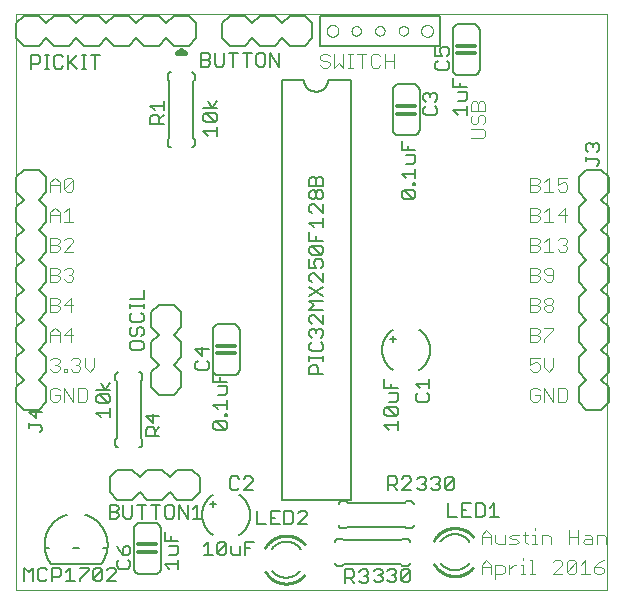
<source format=gto>
G75*
%MOIN*%
%OFA0B0*%
%FSLAX25Y25*%
%IPPOS*%
%LPD*%
%AMOC8*
5,1,8,0,0,1.08239X$1,22.5*
%
%ADD10C,0.00000*%
%ADD11C,0.00400*%
%ADD12C,0.01600*%
%ADD13C,0.00800*%
%ADD14C,0.00500*%
%ADD15C,0.00600*%
%ADD16C,0.01200*%
%ADD17C,0.01000*%
D10*
X0001800Y0001800D02*
X0001800Y0193650D01*
X0198650Y0193650D01*
X0198650Y0001800D01*
X0001800Y0001800D01*
X0105333Y0188050D02*
X0105335Y0188138D01*
X0105341Y0188226D01*
X0105351Y0188314D01*
X0105365Y0188402D01*
X0105382Y0188488D01*
X0105404Y0188574D01*
X0105429Y0188658D01*
X0105459Y0188742D01*
X0105491Y0188824D01*
X0105528Y0188904D01*
X0105568Y0188983D01*
X0105612Y0189060D01*
X0105659Y0189135D01*
X0105709Y0189207D01*
X0105763Y0189278D01*
X0105819Y0189345D01*
X0105879Y0189411D01*
X0105941Y0189473D01*
X0106007Y0189533D01*
X0106074Y0189589D01*
X0106145Y0189643D01*
X0106217Y0189693D01*
X0106292Y0189740D01*
X0106369Y0189784D01*
X0106448Y0189824D01*
X0106528Y0189861D01*
X0106610Y0189893D01*
X0106694Y0189923D01*
X0106778Y0189948D01*
X0106864Y0189970D01*
X0106950Y0189987D01*
X0107038Y0190001D01*
X0107126Y0190011D01*
X0107214Y0190017D01*
X0107302Y0190019D01*
X0107390Y0190017D01*
X0107478Y0190011D01*
X0107566Y0190001D01*
X0107654Y0189987D01*
X0107740Y0189970D01*
X0107826Y0189948D01*
X0107910Y0189923D01*
X0107994Y0189893D01*
X0108076Y0189861D01*
X0108156Y0189824D01*
X0108235Y0189784D01*
X0108312Y0189740D01*
X0108387Y0189693D01*
X0108459Y0189643D01*
X0108530Y0189589D01*
X0108597Y0189533D01*
X0108663Y0189473D01*
X0108725Y0189411D01*
X0108785Y0189345D01*
X0108841Y0189278D01*
X0108895Y0189207D01*
X0108945Y0189135D01*
X0108992Y0189060D01*
X0109036Y0188983D01*
X0109076Y0188904D01*
X0109113Y0188824D01*
X0109145Y0188742D01*
X0109175Y0188658D01*
X0109200Y0188574D01*
X0109222Y0188488D01*
X0109239Y0188402D01*
X0109253Y0188314D01*
X0109263Y0188226D01*
X0109269Y0188138D01*
X0109271Y0188050D01*
X0109269Y0187962D01*
X0109263Y0187874D01*
X0109253Y0187786D01*
X0109239Y0187698D01*
X0109222Y0187612D01*
X0109200Y0187526D01*
X0109175Y0187442D01*
X0109145Y0187358D01*
X0109113Y0187276D01*
X0109076Y0187196D01*
X0109036Y0187117D01*
X0108992Y0187040D01*
X0108945Y0186965D01*
X0108895Y0186893D01*
X0108841Y0186822D01*
X0108785Y0186755D01*
X0108725Y0186689D01*
X0108663Y0186627D01*
X0108597Y0186567D01*
X0108530Y0186511D01*
X0108459Y0186457D01*
X0108387Y0186407D01*
X0108312Y0186360D01*
X0108235Y0186316D01*
X0108156Y0186276D01*
X0108076Y0186239D01*
X0107994Y0186207D01*
X0107910Y0186177D01*
X0107826Y0186152D01*
X0107740Y0186130D01*
X0107654Y0186113D01*
X0107566Y0186099D01*
X0107478Y0186089D01*
X0107390Y0186083D01*
X0107302Y0186081D01*
X0107214Y0186083D01*
X0107126Y0186089D01*
X0107038Y0186099D01*
X0106950Y0186113D01*
X0106864Y0186130D01*
X0106778Y0186152D01*
X0106694Y0186177D01*
X0106610Y0186207D01*
X0106528Y0186239D01*
X0106448Y0186276D01*
X0106369Y0186316D01*
X0106292Y0186360D01*
X0106217Y0186407D01*
X0106145Y0186457D01*
X0106074Y0186511D01*
X0106007Y0186567D01*
X0105941Y0186627D01*
X0105879Y0186689D01*
X0105819Y0186755D01*
X0105763Y0186822D01*
X0105709Y0186893D01*
X0105659Y0186965D01*
X0105612Y0187040D01*
X0105568Y0187117D01*
X0105528Y0187196D01*
X0105491Y0187276D01*
X0105459Y0187358D01*
X0105429Y0187442D01*
X0105404Y0187526D01*
X0105382Y0187612D01*
X0105365Y0187698D01*
X0105351Y0187786D01*
X0105341Y0187874D01*
X0105335Y0187962D01*
X0105333Y0188050D01*
X0113601Y0188050D02*
X0113603Y0188129D01*
X0113609Y0188208D01*
X0113619Y0188287D01*
X0113633Y0188365D01*
X0113650Y0188442D01*
X0113672Y0188518D01*
X0113697Y0188593D01*
X0113727Y0188666D01*
X0113759Y0188738D01*
X0113796Y0188809D01*
X0113836Y0188877D01*
X0113879Y0188943D01*
X0113925Y0189007D01*
X0113975Y0189069D01*
X0114028Y0189128D01*
X0114083Y0189184D01*
X0114142Y0189238D01*
X0114203Y0189288D01*
X0114266Y0189336D01*
X0114332Y0189380D01*
X0114400Y0189421D01*
X0114470Y0189458D01*
X0114541Y0189492D01*
X0114615Y0189522D01*
X0114689Y0189548D01*
X0114765Y0189570D01*
X0114842Y0189589D01*
X0114920Y0189604D01*
X0114998Y0189615D01*
X0115077Y0189622D01*
X0115156Y0189625D01*
X0115235Y0189624D01*
X0115314Y0189619D01*
X0115393Y0189610D01*
X0115471Y0189597D01*
X0115548Y0189580D01*
X0115625Y0189560D01*
X0115700Y0189535D01*
X0115774Y0189507D01*
X0115847Y0189475D01*
X0115917Y0189440D01*
X0115986Y0189401D01*
X0116053Y0189358D01*
X0116118Y0189312D01*
X0116180Y0189264D01*
X0116240Y0189212D01*
X0116297Y0189157D01*
X0116351Y0189099D01*
X0116402Y0189039D01*
X0116450Y0188976D01*
X0116495Y0188911D01*
X0116537Y0188843D01*
X0116575Y0188774D01*
X0116609Y0188703D01*
X0116640Y0188630D01*
X0116668Y0188555D01*
X0116691Y0188480D01*
X0116711Y0188403D01*
X0116727Y0188326D01*
X0116739Y0188247D01*
X0116747Y0188169D01*
X0116751Y0188090D01*
X0116751Y0188010D01*
X0116747Y0187931D01*
X0116739Y0187853D01*
X0116727Y0187774D01*
X0116711Y0187697D01*
X0116691Y0187620D01*
X0116668Y0187545D01*
X0116640Y0187470D01*
X0116609Y0187397D01*
X0116575Y0187326D01*
X0116537Y0187257D01*
X0116495Y0187189D01*
X0116450Y0187124D01*
X0116402Y0187061D01*
X0116351Y0187001D01*
X0116297Y0186943D01*
X0116240Y0186888D01*
X0116180Y0186836D01*
X0116118Y0186788D01*
X0116053Y0186742D01*
X0115986Y0186699D01*
X0115917Y0186660D01*
X0115847Y0186625D01*
X0115774Y0186593D01*
X0115700Y0186565D01*
X0115625Y0186540D01*
X0115548Y0186520D01*
X0115471Y0186503D01*
X0115393Y0186490D01*
X0115314Y0186481D01*
X0115235Y0186476D01*
X0115156Y0186475D01*
X0115077Y0186478D01*
X0114998Y0186485D01*
X0114920Y0186496D01*
X0114842Y0186511D01*
X0114765Y0186530D01*
X0114689Y0186552D01*
X0114615Y0186578D01*
X0114541Y0186608D01*
X0114470Y0186642D01*
X0114400Y0186679D01*
X0114332Y0186720D01*
X0114266Y0186764D01*
X0114203Y0186812D01*
X0114142Y0186862D01*
X0114083Y0186916D01*
X0114028Y0186972D01*
X0113975Y0187031D01*
X0113925Y0187093D01*
X0113879Y0187157D01*
X0113836Y0187223D01*
X0113796Y0187291D01*
X0113759Y0187362D01*
X0113727Y0187434D01*
X0113697Y0187507D01*
X0113672Y0187582D01*
X0113650Y0187658D01*
X0113633Y0187735D01*
X0113619Y0187813D01*
X0113609Y0187892D01*
X0113603Y0187971D01*
X0113601Y0188050D01*
X0121475Y0188050D02*
X0121477Y0188129D01*
X0121483Y0188208D01*
X0121493Y0188287D01*
X0121507Y0188365D01*
X0121524Y0188442D01*
X0121546Y0188518D01*
X0121571Y0188593D01*
X0121601Y0188666D01*
X0121633Y0188738D01*
X0121670Y0188809D01*
X0121710Y0188877D01*
X0121753Y0188943D01*
X0121799Y0189007D01*
X0121849Y0189069D01*
X0121902Y0189128D01*
X0121957Y0189184D01*
X0122016Y0189238D01*
X0122077Y0189288D01*
X0122140Y0189336D01*
X0122206Y0189380D01*
X0122274Y0189421D01*
X0122344Y0189458D01*
X0122415Y0189492D01*
X0122489Y0189522D01*
X0122563Y0189548D01*
X0122639Y0189570D01*
X0122716Y0189589D01*
X0122794Y0189604D01*
X0122872Y0189615D01*
X0122951Y0189622D01*
X0123030Y0189625D01*
X0123109Y0189624D01*
X0123188Y0189619D01*
X0123267Y0189610D01*
X0123345Y0189597D01*
X0123422Y0189580D01*
X0123499Y0189560D01*
X0123574Y0189535D01*
X0123648Y0189507D01*
X0123721Y0189475D01*
X0123791Y0189440D01*
X0123860Y0189401D01*
X0123927Y0189358D01*
X0123992Y0189312D01*
X0124054Y0189264D01*
X0124114Y0189212D01*
X0124171Y0189157D01*
X0124225Y0189099D01*
X0124276Y0189039D01*
X0124324Y0188976D01*
X0124369Y0188911D01*
X0124411Y0188843D01*
X0124449Y0188774D01*
X0124483Y0188703D01*
X0124514Y0188630D01*
X0124542Y0188555D01*
X0124565Y0188480D01*
X0124585Y0188403D01*
X0124601Y0188326D01*
X0124613Y0188247D01*
X0124621Y0188169D01*
X0124625Y0188090D01*
X0124625Y0188010D01*
X0124621Y0187931D01*
X0124613Y0187853D01*
X0124601Y0187774D01*
X0124585Y0187697D01*
X0124565Y0187620D01*
X0124542Y0187545D01*
X0124514Y0187470D01*
X0124483Y0187397D01*
X0124449Y0187326D01*
X0124411Y0187257D01*
X0124369Y0187189D01*
X0124324Y0187124D01*
X0124276Y0187061D01*
X0124225Y0187001D01*
X0124171Y0186943D01*
X0124114Y0186888D01*
X0124054Y0186836D01*
X0123992Y0186788D01*
X0123927Y0186742D01*
X0123860Y0186699D01*
X0123791Y0186660D01*
X0123721Y0186625D01*
X0123648Y0186593D01*
X0123574Y0186565D01*
X0123499Y0186540D01*
X0123422Y0186520D01*
X0123345Y0186503D01*
X0123267Y0186490D01*
X0123188Y0186481D01*
X0123109Y0186476D01*
X0123030Y0186475D01*
X0122951Y0186478D01*
X0122872Y0186485D01*
X0122794Y0186496D01*
X0122716Y0186511D01*
X0122639Y0186530D01*
X0122563Y0186552D01*
X0122489Y0186578D01*
X0122415Y0186608D01*
X0122344Y0186642D01*
X0122274Y0186679D01*
X0122206Y0186720D01*
X0122140Y0186764D01*
X0122077Y0186812D01*
X0122016Y0186862D01*
X0121957Y0186916D01*
X0121902Y0186972D01*
X0121849Y0187031D01*
X0121799Y0187093D01*
X0121753Y0187157D01*
X0121710Y0187223D01*
X0121670Y0187291D01*
X0121633Y0187362D01*
X0121601Y0187434D01*
X0121571Y0187507D01*
X0121546Y0187582D01*
X0121524Y0187658D01*
X0121507Y0187735D01*
X0121493Y0187813D01*
X0121483Y0187892D01*
X0121477Y0187971D01*
X0121475Y0188050D01*
X0129349Y0188050D02*
X0129351Y0188129D01*
X0129357Y0188208D01*
X0129367Y0188287D01*
X0129381Y0188365D01*
X0129398Y0188442D01*
X0129420Y0188518D01*
X0129445Y0188593D01*
X0129475Y0188666D01*
X0129507Y0188738D01*
X0129544Y0188809D01*
X0129584Y0188877D01*
X0129627Y0188943D01*
X0129673Y0189007D01*
X0129723Y0189069D01*
X0129776Y0189128D01*
X0129831Y0189184D01*
X0129890Y0189238D01*
X0129951Y0189288D01*
X0130014Y0189336D01*
X0130080Y0189380D01*
X0130148Y0189421D01*
X0130218Y0189458D01*
X0130289Y0189492D01*
X0130363Y0189522D01*
X0130437Y0189548D01*
X0130513Y0189570D01*
X0130590Y0189589D01*
X0130668Y0189604D01*
X0130746Y0189615D01*
X0130825Y0189622D01*
X0130904Y0189625D01*
X0130983Y0189624D01*
X0131062Y0189619D01*
X0131141Y0189610D01*
X0131219Y0189597D01*
X0131296Y0189580D01*
X0131373Y0189560D01*
X0131448Y0189535D01*
X0131522Y0189507D01*
X0131595Y0189475D01*
X0131665Y0189440D01*
X0131734Y0189401D01*
X0131801Y0189358D01*
X0131866Y0189312D01*
X0131928Y0189264D01*
X0131988Y0189212D01*
X0132045Y0189157D01*
X0132099Y0189099D01*
X0132150Y0189039D01*
X0132198Y0188976D01*
X0132243Y0188911D01*
X0132285Y0188843D01*
X0132323Y0188774D01*
X0132357Y0188703D01*
X0132388Y0188630D01*
X0132416Y0188555D01*
X0132439Y0188480D01*
X0132459Y0188403D01*
X0132475Y0188326D01*
X0132487Y0188247D01*
X0132495Y0188169D01*
X0132499Y0188090D01*
X0132499Y0188010D01*
X0132495Y0187931D01*
X0132487Y0187853D01*
X0132475Y0187774D01*
X0132459Y0187697D01*
X0132439Y0187620D01*
X0132416Y0187545D01*
X0132388Y0187470D01*
X0132357Y0187397D01*
X0132323Y0187326D01*
X0132285Y0187257D01*
X0132243Y0187189D01*
X0132198Y0187124D01*
X0132150Y0187061D01*
X0132099Y0187001D01*
X0132045Y0186943D01*
X0131988Y0186888D01*
X0131928Y0186836D01*
X0131866Y0186788D01*
X0131801Y0186742D01*
X0131734Y0186699D01*
X0131665Y0186660D01*
X0131595Y0186625D01*
X0131522Y0186593D01*
X0131448Y0186565D01*
X0131373Y0186540D01*
X0131296Y0186520D01*
X0131219Y0186503D01*
X0131141Y0186490D01*
X0131062Y0186481D01*
X0130983Y0186476D01*
X0130904Y0186475D01*
X0130825Y0186478D01*
X0130746Y0186485D01*
X0130668Y0186496D01*
X0130590Y0186511D01*
X0130513Y0186530D01*
X0130437Y0186552D01*
X0130363Y0186578D01*
X0130289Y0186608D01*
X0130218Y0186642D01*
X0130148Y0186679D01*
X0130080Y0186720D01*
X0130014Y0186764D01*
X0129951Y0186812D01*
X0129890Y0186862D01*
X0129831Y0186916D01*
X0129776Y0186972D01*
X0129723Y0187031D01*
X0129673Y0187093D01*
X0129627Y0187157D01*
X0129584Y0187223D01*
X0129544Y0187291D01*
X0129507Y0187362D01*
X0129475Y0187434D01*
X0129445Y0187507D01*
X0129420Y0187582D01*
X0129398Y0187658D01*
X0129381Y0187735D01*
X0129367Y0187813D01*
X0129357Y0187892D01*
X0129351Y0187971D01*
X0129349Y0188050D01*
X0136829Y0188050D02*
X0136831Y0188138D01*
X0136837Y0188226D01*
X0136847Y0188314D01*
X0136861Y0188402D01*
X0136878Y0188488D01*
X0136900Y0188574D01*
X0136925Y0188658D01*
X0136955Y0188742D01*
X0136987Y0188824D01*
X0137024Y0188904D01*
X0137064Y0188983D01*
X0137108Y0189060D01*
X0137155Y0189135D01*
X0137205Y0189207D01*
X0137259Y0189278D01*
X0137315Y0189345D01*
X0137375Y0189411D01*
X0137437Y0189473D01*
X0137503Y0189533D01*
X0137570Y0189589D01*
X0137641Y0189643D01*
X0137713Y0189693D01*
X0137788Y0189740D01*
X0137865Y0189784D01*
X0137944Y0189824D01*
X0138024Y0189861D01*
X0138106Y0189893D01*
X0138190Y0189923D01*
X0138274Y0189948D01*
X0138360Y0189970D01*
X0138446Y0189987D01*
X0138534Y0190001D01*
X0138622Y0190011D01*
X0138710Y0190017D01*
X0138798Y0190019D01*
X0138886Y0190017D01*
X0138974Y0190011D01*
X0139062Y0190001D01*
X0139150Y0189987D01*
X0139236Y0189970D01*
X0139322Y0189948D01*
X0139406Y0189923D01*
X0139490Y0189893D01*
X0139572Y0189861D01*
X0139652Y0189824D01*
X0139731Y0189784D01*
X0139808Y0189740D01*
X0139883Y0189693D01*
X0139955Y0189643D01*
X0140026Y0189589D01*
X0140093Y0189533D01*
X0140159Y0189473D01*
X0140221Y0189411D01*
X0140281Y0189345D01*
X0140337Y0189278D01*
X0140391Y0189207D01*
X0140441Y0189135D01*
X0140488Y0189060D01*
X0140532Y0188983D01*
X0140572Y0188904D01*
X0140609Y0188824D01*
X0140641Y0188742D01*
X0140671Y0188658D01*
X0140696Y0188574D01*
X0140718Y0188488D01*
X0140735Y0188402D01*
X0140749Y0188314D01*
X0140759Y0188226D01*
X0140765Y0188138D01*
X0140767Y0188050D01*
X0140765Y0187962D01*
X0140759Y0187874D01*
X0140749Y0187786D01*
X0140735Y0187698D01*
X0140718Y0187612D01*
X0140696Y0187526D01*
X0140671Y0187442D01*
X0140641Y0187358D01*
X0140609Y0187276D01*
X0140572Y0187196D01*
X0140532Y0187117D01*
X0140488Y0187040D01*
X0140441Y0186965D01*
X0140391Y0186893D01*
X0140337Y0186822D01*
X0140281Y0186755D01*
X0140221Y0186689D01*
X0140159Y0186627D01*
X0140093Y0186567D01*
X0140026Y0186511D01*
X0139955Y0186457D01*
X0139883Y0186407D01*
X0139808Y0186360D01*
X0139731Y0186316D01*
X0139652Y0186276D01*
X0139572Y0186239D01*
X0139490Y0186207D01*
X0139406Y0186177D01*
X0139322Y0186152D01*
X0139236Y0186130D01*
X0139150Y0186113D01*
X0139062Y0186099D01*
X0138974Y0186089D01*
X0138886Y0186083D01*
X0138798Y0186081D01*
X0138710Y0186083D01*
X0138622Y0186089D01*
X0138534Y0186099D01*
X0138446Y0186113D01*
X0138360Y0186130D01*
X0138274Y0186152D01*
X0138190Y0186177D01*
X0138106Y0186207D01*
X0138024Y0186239D01*
X0137944Y0186276D01*
X0137865Y0186316D01*
X0137788Y0186360D01*
X0137713Y0186407D01*
X0137641Y0186457D01*
X0137570Y0186511D01*
X0137503Y0186567D01*
X0137437Y0186627D01*
X0137375Y0186689D01*
X0137315Y0186755D01*
X0137259Y0186822D01*
X0137205Y0186893D01*
X0137155Y0186965D01*
X0137108Y0187040D01*
X0137064Y0187117D01*
X0137024Y0187196D01*
X0136987Y0187276D01*
X0136955Y0187358D01*
X0136925Y0187442D01*
X0136900Y0187526D01*
X0136878Y0187612D01*
X0136861Y0187698D01*
X0136847Y0187786D01*
X0136837Y0187874D01*
X0136831Y0187962D01*
X0136829Y0188050D01*
D11*
X0127804Y0180354D02*
X0127804Y0175750D01*
X0127804Y0178052D02*
X0124735Y0178052D01*
X0123200Y0179587D02*
X0122433Y0180354D01*
X0120898Y0180354D01*
X0120131Y0179587D01*
X0120131Y0176517D01*
X0120898Y0175750D01*
X0122433Y0175750D01*
X0123200Y0176517D01*
X0124735Y0175750D02*
X0124735Y0180354D01*
X0118596Y0180354D02*
X0115527Y0180354D01*
X0113992Y0180354D02*
X0112458Y0180354D01*
X0113225Y0180354D02*
X0113225Y0175750D01*
X0112458Y0175750D02*
X0113992Y0175750D01*
X0117062Y0175750D02*
X0117062Y0180354D01*
X0110923Y0180354D02*
X0110923Y0175750D01*
X0109389Y0177285D01*
X0107854Y0175750D01*
X0107854Y0180354D01*
X0106319Y0179587D02*
X0105552Y0180354D01*
X0104017Y0180354D01*
X0103250Y0179587D01*
X0103250Y0178819D01*
X0104017Y0178052D01*
X0105552Y0178052D01*
X0106319Y0177285D01*
X0106319Y0176517D01*
X0105552Y0175750D01*
X0104017Y0175750D01*
X0103250Y0176517D01*
X0153453Y0163792D02*
X0153453Y0161491D01*
X0158057Y0161491D01*
X0158057Y0163792D01*
X0157289Y0164560D01*
X0156522Y0164560D01*
X0155755Y0163792D01*
X0155755Y0161491D01*
X0156522Y0159956D02*
X0155755Y0159189D01*
X0155755Y0157654D01*
X0154987Y0156887D01*
X0154220Y0156887D01*
X0153453Y0157654D01*
X0153453Y0159189D01*
X0154220Y0159956D01*
X0156522Y0159956D02*
X0157289Y0159956D01*
X0158057Y0159189D01*
X0158057Y0157654D01*
X0157289Y0156887D01*
X0157289Y0155352D02*
X0153453Y0155352D01*
X0153453Y0152283D02*
X0157289Y0152283D01*
X0158057Y0153050D01*
X0158057Y0154585D01*
X0157289Y0155352D01*
X0155755Y0163792D02*
X0154987Y0164560D01*
X0154220Y0164560D01*
X0153453Y0163792D01*
X0173250Y0139104D02*
X0175552Y0139104D01*
X0176319Y0138337D01*
X0176319Y0137569D01*
X0175552Y0136802D01*
X0173250Y0136802D01*
X0173250Y0134500D02*
X0173250Y0139104D01*
X0175552Y0136802D02*
X0176319Y0136035D01*
X0176319Y0135267D01*
X0175552Y0134500D01*
X0173250Y0134500D01*
X0177854Y0134500D02*
X0180923Y0134500D01*
X0179389Y0134500D02*
X0179389Y0139104D01*
X0177854Y0137569D01*
X0182458Y0136802D02*
X0183992Y0137569D01*
X0184760Y0137569D01*
X0185527Y0136802D01*
X0185527Y0135267D01*
X0184760Y0134500D01*
X0183225Y0134500D01*
X0182458Y0135267D01*
X0182458Y0136802D02*
X0182458Y0139104D01*
X0185527Y0139104D01*
X0184760Y0129104D02*
X0182458Y0126802D01*
X0185527Y0126802D01*
X0184760Y0124500D02*
X0184760Y0129104D01*
X0179389Y0129104D02*
X0179389Y0124500D01*
X0180923Y0124500D02*
X0177854Y0124500D01*
X0176319Y0125267D02*
X0175552Y0124500D01*
X0173250Y0124500D01*
X0173250Y0129104D01*
X0175552Y0129104D01*
X0176319Y0128337D01*
X0176319Y0127569D01*
X0175552Y0126802D01*
X0173250Y0126802D01*
X0175552Y0126802D02*
X0176319Y0126035D01*
X0176319Y0125267D01*
X0177854Y0127569D02*
X0179389Y0129104D01*
X0179389Y0119104D02*
X0179389Y0114500D01*
X0180923Y0114500D02*
X0177854Y0114500D01*
X0176319Y0115267D02*
X0175552Y0114500D01*
X0173250Y0114500D01*
X0173250Y0119104D01*
X0175552Y0119104D01*
X0176319Y0118337D01*
X0176319Y0117569D01*
X0175552Y0116802D01*
X0173250Y0116802D01*
X0175552Y0116802D02*
X0176319Y0116035D01*
X0176319Y0115267D01*
X0177854Y0117569D02*
X0179389Y0119104D01*
X0182458Y0118337D02*
X0183225Y0119104D01*
X0184760Y0119104D01*
X0185527Y0118337D01*
X0185527Y0117569D01*
X0184760Y0116802D01*
X0185527Y0116035D01*
X0185527Y0115267D01*
X0184760Y0114500D01*
X0183225Y0114500D01*
X0182458Y0115267D01*
X0183992Y0116802D02*
X0184760Y0116802D01*
X0180156Y0109104D02*
X0178621Y0109104D01*
X0177854Y0108337D01*
X0177854Y0107569D01*
X0178621Y0106802D01*
X0180923Y0106802D01*
X0180923Y0105267D02*
X0180923Y0108337D01*
X0180156Y0109104D01*
X0176319Y0108337D02*
X0176319Y0107569D01*
X0175552Y0106802D01*
X0173250Y0106802D01*
X0173250Y0104500D02*
X0173250Y0109104D01*
X0175552Y0109104D01*
X0176319Y0108337D01*
X0175552Y0106802D02*
X0176319Y0106035D01*
X0176319Y0105267D01*
X0175552Y0104500D01*
X0173250Y0104500D01*
X0177854Y0105267D02*
X0178621Y0104500D01*
X0180156Y0104500D01*
X0180923Y0105267D01*
X0180156Y0099104D02*
X0180923Y0098337D01*
X0180923Y0097569D01*
X0180156Y0096802D01*
X0178621Y0096802D01*
X0177854Y0097569D01*
X0177854Y0098337D01*
X0178621Y0099104D01*
X0180156Y0099104D01*
X0180156Y0096802D02*
X0180923Y0096035D01*
X0180923Y0095267D01*
X0180156Y0094500D01*
X0178621Y0094500D01*
X0177854Y0095267D01*
X0177854Y0096035D01*
X0178621Y0096802D01*
X0176319Y0097569D02*
X0175552Y0096802D01*
X0173250Y0096802D01*
X0173250Y0094500D02*
X0173250Y0099104D01*
X0175552Y0099104D01*
X0176319Y0098337D01*
X0176319Y0097569D01*
X0175552Y0096802D02*
X0176319Y0096035D01*
X0176319Y0095267D01*
X0175552Y0094500D01*
X0173250Y0094500D01*
X0173250Y0089104D02*
X0175552Y0089104D01*
X0176319Y0088337D01*
X0176319Y0087569D01*
X0175552Y0086802D01*
X0173250Y0086802D01*
X0173250Y0084500D02*
X0173250Y0089104D01*
X0175552Y0086802D02*
X0176319Y0086035D01*
X0176319Y0085267D01*
X0175552Y0084500D01*
X0173250Y0084500D01*
X0177854Y0084500D02*
X0177854Y0085267D01*
X0180923Y0088337D01*
X0180923Y0089104D01*
X0177854Y0089104D01*
X0177854Y0079104D02*
X0177854Y0076035D01*
X0179389Y0074500D01*
X0180923Y0076035D01*
X0180923Y0079104D01*
X0176319Y0079104D02*
X0173250Y0079104D01*
X0173250Y0076802D01*
X0174785Y0077569D01*
X0175552Y0077569D01*
X0176319Y0076802D01*
X0176319Y0075267D01*
X0175552Y0074500D01*
X0174017Y0074500D01*
X0173250Y0075267D01*
X0174017Y0069104D02*
X0173250Y0068337D01*
X0173250Y0065267D01*
X0174017Y0064500D01*
X0175552Y0064500D01*
X0176319Y0065267D01*
X0176319Y0066802D01*
X0174785Y0066802D01*
X0176319Y0068337D02*
X0175552Y0069104D01*
X0174017Y0069104D01*
X0177854Y0069104D02*
X0177854Y0064500D01*
X0180923Y0064500D02*
X0177854Y0069104D01*
X0180923Y0069104D02*
X0180923Y0064500D01*
X0182458Y0064500D02*
X0184760Y0064500D01*
X0185527Y0065267D01*
X0185527Y0068337D01*
X0184760Y0069104D01*
X0182458Y0069104D01*
X0182458Y0064500D01*
X0174648Y0022371D02*
X0174648Y0021604D01*
X0174648Y0020069D02*
X0173881Y0020069D01*
X0174648Y0020069D02*
X0174648Y0017000D01*
X0173881Y0017000D02*
X0175416Y0017000D01*
X0176950Y0017000D02*
X0176950Y0020069D01*
X0179252Y0020069D01*
X0180020Y0019302D01*
X0180020Y0017000D01*
X0181554Y0011604D02*
X0180787Y0010837D01*
X0181554Y0011604D02*
X0183089Y0011604D01*
X0183856Y0010837D01*
X0183856Y0010069D01*
X0180787Y0007000D01*
X0183856Y0007000D01*
X0185391Y0007767D02*
X0188460Y0010837D01*
X0188460Y0007767D01*
X0187693Y0007000D01*
X0186158Y0007000D01*
X0185391Y0007767D01*
X0185391Y0010837D01*
X0186158Y0011604D01*
X0187693Y0011604D01*
X0188460Y0010837D01*
X0189995Y0010069D02*
X0191529Y0011604D01*
X0191529Y0007000D01*
X0189995Y0007000D02*
X0193064Y0007000D01*
X0194599Y0007767D02*
X0194599Y0009302D01*
X0196901Y0009302D01*
X0197668Y0008535D01*
X0197668Y0007767D01*
X0196901Y0007000D01*
X0195366Y0007000D01*
X0194599Y0007767D01*
X0194599Y0009302D02*
X0196133Y0010837D01*
X0197668Y0011604D01*
X0198435Y0017000D02*
X0198435Y0019302D01*
X0197668Y0020069D01*
X0195366Y0020069D01*
X0195366Y0017000D01*
X0193831Y0017000D02*
X0193831Y0019302D01*
X0193064Y0020069D01*
X0191529Y0020069D01*
X0191529Y0018535D02*
X0193831Y0018535D01*
X0193831Y0017000D02*
X0191529Y0017000D01*
X0190762Y0017767D01*
X0191529Y0018535D01*
X0189227Y0019302D02*
X0186158Y0019302D01*
X0186158Y0017000D02*
X0186158Y0021604D01*
X0189227Y0021604D02*
X0189227Y0017000D01*
X0174648Y0007000D02*
X0173114Y0007000D01*
X0173881Y0007000D02*
X0173881Y0011604D01*
X0173114Y0011604D01*
X0170812Y0011604D02*
X0170812Y0012371D01*
X0170812Y0010069D02*
X0170044Y0010069D01*
X0170812Y0010069D02*
X0170812Y0007000D01*
X0171579Y0007000D02*
X0170044Y0007000D01*
X0166208Y0007000D02*
X0166208Y0010069D01*
X0166208Y0008535D02*
X0167742Y0010069D01*
X0168510Y0010069D01*
X0164673Y0009302D02*
X0164673Y0007767D01*
X0163906Y0007000D01*
X0161604Y0007000D01*
X0161604Y0005465D02*
X0161604Y0010069D01*
X0163906Y0010069D01*
X0164673Y0009302D01*
X0160069Y0009302D02*
X0157000Y0009302D01*
X0157000Y0010069D02*
X0157000Y0007000D01*
X0157000Y0010069D02*
X0158535Y0011604D01*
X0160069Y0010069D01*
X0160069Y0007000D01*
X0160069Y0017000D02*
X0160069Y0020069D01*
X0158535Y0021604D01*
X0157000Y0020069D01*
X0157000Y0017000D01*
X0157000Y0019302D02*
X0160069Y0019302D01*
X0161604Y0020069D02*
X0161604Y0017767D01*
X0162371Y0017000D01*
X0164673Y0017000D01*
X0164673Y0020069D01*
X0166208Y0019302D02*
X0166975Y0020069D01*
X0169277Y0020069D01*
X0170812Y0020069D02*
X0172346Y0020069D01*
X0171579Y0020837D02*
X0171579Y0017767D01*
X0172346Y0017000D01*
X0169277Y0017767D02*
X0168510Y0017000D01*
X0166208Y0017000D01*
X0166975Y0018535D02*
X0166208Y0019302D01*
X0166975Y0018535D02*
X0168510Y0018535D01*
X0169277Y0017767D01*
X0027829Y0076035D02*
X0027829Y0079104D01*
X0024760Y0079104D02*
X0024760Y0076035D01*
X0026294Y0074500D01*
X0027829Y0076035D01*
X0023225Y0076035D02*
X0023225Y0075267D01*
X0022458Y0074500D01*
X0020923Y0074500D01*
X0020156Y0075267D01*
X0018621Y0075267D02*
X0018621Y0074500D01*
X0017854Y0074500D01*
X0017854Y0075267D01*
X0018621Y0075267D01*
X0016319Y0075267D02*
X0016319Y0076035D01*
X0015552Y0076802D01*
X0014785Y0076802D01*
X0015552Y0076802D02*
X0016319Y0077569D01*
X0016319Y0078337D01*
X0015552Y0079104D01*
X0014017Y0079104D01*
X0013250Y0078337D01*
X0013250Y0075267D02*
X0014017Y0074500D01*
X0015552Y0074500D01*
X0016319Y0075267D01*
X0020156Y0078337D02*
X0020923Y0079104D01*
X0022458Y0079104D01*
X0023225Y0078337D01*
X0023225Y0077569D01*
X0022458Y0076802D01*
X0023225Y0076035D01*
X0022458Y0076802D02*
X0021691Y0076802D01*
X0022458Y0069104D02*
X0024760Y0069104D01*
X0025527Y0068337D01*
X0025527Y0065267D01*
X0024760Y0064500D01*
X0022458Y0064500D01*
X0022458Y0069104D01*
X0020923Y0069104D02*
X0020923Y0064500D01*
X0017854Y0069104D01*
X0017854Y0064500D01*
X0016319Y0065267D02*
X0016319Y0066802D01*
X0014785Y0066802D01*
X0016319Y0068337D02*
X0015552Y0069104D01*
X0014017Y0069104D01*
X0013250Y0068337D01*
X0013250Y0065267D01*
X0014017Y0064500D01*
X0015552Y0064500D01*
X0016319Y0065267D01*
X0016319Y0084500D02*
X0016319Y0087569D01*
X0014785Y0089104D01*
X0013250Y0087569D01*
X0013250Y0084500D01*
X0013250Y0086802D02*
X0016319Y0086802D01*
X0017854Y0086802D02*
X0020923Y0086802D01*
X0020156Y0084500D02*
X0020156Y0089104D01*
X0017854Y0086802D01*
X0020156Y0094500D02*
X0020156Y0099104D01*
X0017854Y0096802D01*
X0020923Y0096802D01*
X0016319Y0097569D02*
X0015552Y0096802D01*
X0013250Y0096802D01*
X0013250Y0094500D02*
X0013250Y0099104D01*
X0015552Y0099104D01*
X0016319Y0098337D01*
X0016319Y0097569D01*
X0015552Y0096802D02*
X0016319Y0096035D01*
X0016319Y0095267D01*
X0015552Y0094500D01*
X0013250Y0094500D01*
X0013250Y0104500D02*
X0015552Y0104500D01*
X0016319Y0105267D01*
X0016319Y0106035D01*
X0015552Y0106802D01*
X0013250Y0106802D01*
X0013250Y0104500D02*
X0013250Y0109104D01*
X0015552Y0109104D01*
X0016319Y0108337D01*
X0016319Y0107569D01*
X0015552Y0106802D01*
X0017854Y0108337D02*
X0018621Y0109104D01*
X0020156Y0109104D01*
X0020923Y0108337D01*
X0020923Y0107569D01*
X0020156Y0106802D01*
X0020923Y0106035D01*
X0020923Y0105267D01*
X0020156Y0104500D01*
X0018621Y0104500D01*
X0017854Y0105267D01*
X0019389Y0106802D02*
X0020156Y0106802D01*
X0020923Y0114500D02*
X0017854Y0114500D01*
X0020923Y0117569D01*
X0020923Y0118337D01*
X0020156Y0119104D01*
X0018621Y0119104D01*
X0017854Y0118337D01*
X0016319Y0118337D02*
X0016319Y0117569D01*
X0015552Y0116802D01*
X0013250Y0116802D01*
X0013250Y0119104D02*
X0015552Y0119104D01*
X0016319Y0118337D01*
X0015552Y0116802D02*
X0016319Y0116035D01*
X0016319Y0115267D01*
X0015552Y0114500D01*
X0013250Y0114500D01*
X0013250Y0119104D01*
X0013250Y0124500D02*
X0013250Y0127569D01*
X0014785Y0129104D01*
X0016319Y0127569D01*
X0016319Y0124500D01*
X0017854Y0124500D02*
X0020923Y0124500D01*
X0019389Y0124500D02*
X0019389Y0129104D01*
X0017854Y0127569D01*
X0016319Y0126802D02*
X0013250Y0126802D01*
X0013250Y0134500D02*
X0013250Y0137569D01*
X0014785Y0139104D01*
X0016319Y0137569D01*
X0016319Y0134500D01*
X0017854Y0135267D02*
X0020923Y0138337D01*
X0020923Y0135267D01*
X0020156Y0134500D01*
X0018621Y0134500D01*
X0017854Y0135267D01*
X0017854Y0138337D01*
X0018621Y0139104D01*
X0020156Y0139104D01*
X0020923Y0138337D01*
X0016319Y0136802D02*
X0013250Y0136802D01*
D12*
X0055550Y0180550D02*
X0058050Y0180550D01*
X0056800Y0181800D01*
X0055550Y0180550D01*
X0055833Y0180833D02*
X0057767Y0180833D01*
D13*
X0059300Y0183050D02*
X0054300Y0183050D01*
X0051800Y0185550D01*
X0049300Y0183050D01*
X0044300Y0183050D01*
X0041800Y0185550D01*
X0039300Y0183050D01*
X0034300Y0183050D01*
X0031800Y0185550D01*
X0029300Y0183050D01*
X0024300Y0183050D01*
X0021800Y0185550D01*
X0019300Y0183050D01*
X0014300Y0183050D01*
X0011800Y0185550D01*
X0009300Y0183050D01*
X0004300Y0183050D01*
X0001800Y0185550D01*
X0001800Y0190550D01*
X0004300Y0193050D01*
X0009300Y0193050D01*
X0011800Y0190550D01*
X0014300Y0193050D01*
X0019300Y0193050D01*
X0021800Y0190550D01*
X0024300Y0193050D01*
X0029300Y0193050D01*
X0031800Y0190550D01*
X0034300Y0193050D01*
X0039300Y0193050D01*
X0041800Y0190550D01*
X0044300Y0193050D01*
X0049300Y0193050D01*
X0051800Y0190550D01*
X0054300Y0193050D01*
X0059300Y0193050D01*
X0061800Y0190550D01*
X0061800Y0185550D01*
X0059300Y0183050D01*
X0070550Y0185550D02*
X0070550Y0190550D01*
X0073050Y0193050D01*
X0078050Y0193050D01*
X0080550Y0190550D01*
X0083050Y0193050D01*
X0088050Y0193050D01*
X0090550Y0190550D01*
X0093050Y0193050D01*
X0098050Y0193050D01*
X0100550Y0190550D01*
X0100550Y0185550D01*
X0098050Y0183050D01*
X0093050Y0183050D01*
X0090550Y0185550D01*
X0088050Y0183050D01*
X0083050Y0183050D01*
X0080550Y0185550D01*
X0078050Y0183050D01*
X0073050Y0183050D01*
X0070550Y0185550D01*
X0011800Y0139300D02*
X0011800Y0134300D01*
X0009300Y0131800D01*
X0011800Y0129300D01*
X0011800Y0124300D01*
X0009300Y0121800D01*
X0011800Y0119300D01*
X0011800Y0114300D01*
X0009300Y0111800D01*
X0011800Y0109300D01*
X0011800Y0104300D01*
X0009300Y0101800D01*
X0011800Y0099300D01*
X0011800Y0094300D01*
X0009300Y0091800D01*
X0011800Y0089300D01*
X0011800Y0084300D01*
X0009300Y0081800D01*
X0011800Y0079300D01*
X0011800Y0074300D01*
X0009300Y0071800D01*
X0011800Y0069300D01*
X0011800Y0064300D01*
X0009300Y0061800D01*
X0004300Y0061800D01*
X0001800Y0064300D01*
X0001800Y0069300D01*
X0004300Y0071800D01*
X0001800Y0074300D01*
X0001800Y0079300D01*
X0004300Y0081800D01*
X0001800Y0084300D01*
X0001800Y0089300D01*
X0004300Y0091800D01*
X0001800Y0094300D01*
X0001800Y0099300D01*
X0004300Y0101800D01*
X0001800Y0104300D01*
X0001800Y0109300D01*
X0004300Y0111800D01*
X0001800Y0114300D01*
X0001800Y0119300D01*
X0004300Y0121800D01*
X0001800Y0124300D01*
X0001800Y0129300D01*
X0004300Y0131800D01*
X0001800Y0134300D01*
X0001800Y0139300D01*
X0004300Y0141800D01*
X0009300Y0141800D01*
X0011800Y0139300D01*
X0049300Y0096800D02*
X0054300Y0096800D01*
X0056800Y0094300D01*
X0056800Y0089300D01*
X0054300Y0086800D01*
X0056800Y0084300D01*
X0056800Y0079300D01*
X0054300Y0076800D01*
X0056800Y0074300D01*
X0056800Y0069300D01*
X0054300Y0066800D01*
X0049300Y0066800D01*
X0046800Y0069300D01*
X0046800Y0074300D01*
X0049300Y0076800D01*
X0046800Y0079300D01*
X0046800Y0084300D01*
X0049300Y0086800D01*
X0046800Y0089300D01*
X0046800Y0094300D01*
X0049300Y0096800D01*
X0050550Y0041800D02*
X0045550Y0041800D01*
X0043050Y0039300D01*
X0040550Y0041800D01*
X0035550Y0041800D01*
X0033050Y0039300D01*
X0033050Y0034300D01*
X0035550Y0031800D01*
X0040550Y0031800D01*
X0043050Y0034300D01*
X0045550Y0031800D01*
X0050550Y0031800D01*
X0053050Y0034300D01*
X0055550Y0031800D01*
X0060550Y0031800D01*
X0063050Y0034300D01*
X0063050Y0039300D01*
X0060550Y0041800D01*
X0055550Y0041800D01*
X0053050Y0039300D01*
X0050550Y0041800D01*
X0189300Y0064300D02*
X0189300Y0069300D01*
X0191800Y0071800D01*
X0189300Y0074300D01*
X0189300Y0079300D01*
X0191800Y0081800D01*
X0189300Y0084300D01*
X0189300Y0089300D01*
X0191800Y0091800D01*
X0189300Y0094300D01*
X0189300Y0099300D01*
X0191800Y0101800D01*
X0189300Y0104300D01*
X0189300Y0109300D01*
X0191800Y0111800D01*
X0189300Y0114300D01*
X0189300Y0119300D01*
X0191800Y0121800D01*
X0189300Y0124300D01*
X0189300Y0129300D01*
X0191800Y0131800D01*
X0189300Y0134300D01*
X0189300Y0139300D01*
X0191800Y0141800D01*
X0196800Y0141800D01*
X0199300Y0139300D01*
X0199300Y0134300D01*
X0196800Y0131800D01*
X0199300Y0129300D01*
X0199300Y0124300D01*
X0196800Y0121800D01*
X0199300Y0119300D01*
X0199300Y0114300D01*
X0196800Y0111800D01*
X0199300Y0109300D01*
X0199300Y0104300D01*
X0196800Y0101800D01*
X0199300Y0099300D01*
X0199300Y0094300D01*
X0196800Y0091800D01*
X0199300Y0089300D01*
X0199300Y0084300D01*
X0196800Y0081800D01*
X0199300Y0079300D01*
X0199300Y0074300D01*
X0196800Y0071800D01*
X0199300Y0069300D01*
X0199300Y0064300D01*
X0196800Y0061800D01*
X0191800Y0061800D01*
X0189300Y0064300D01*
D14*
X0161113Y0030554D02*
X0161113Y0026050D01*
X0159612Y0026050D02*
X0162614Y0026050D01*
X0159612Y0029053D02*
X0161113Y0030554D01*
X0158010Y0029803D02*
X0157260Y0030554D01*
X0155008Y0030554D01*
X0155008Y0026050D01*
X0157260Y0026050D01*
X0158010Y0026801D01*
X0158010Y0029803D01*
X0153406Y0030554D02*
X0150404Y0030554D01*
X0150404Y0026050D01*
X0153406Y0026050D01*
X0151905Y0028302D02*
X0150404Y0028302D01*
X0148803Y0026050D02*
X0145800Y0026050D01*
X0145800Y0030554D01*
X0145508Y0034850D02*
X0144758Y0035601D01*
X0147760Y0038603D01*
X0147760Y0035601D01*
X0147010Y0034850D01*
X0145508Y0034850D01*
X0144758Y0035601D02*
X0144758Y0038603D01*
X0145508Y0039354D01*
X0147010Y0039354D01*
X0147760Y0038603D01*
X0143156Y0038603D02*
X0143156Y0037853D01*
X0142406Y0037102D01*
X0143156Y0036351D01*
X0143156Y0035601D01*
X0142406Y0034850D01*
X0140905Y0034850D01*
X0140154Y0035601D01*
X0138553Y0035601D02*
X0137802Y0034850D01*
X0136301Y0034850D01*
X0135550Y0035601D01*
X0137051Y0037102D02*
X0137802Y0037102D01*
X0138553Y0036351D01*
X0138553Y0035601D01*
X0137802Y0037102D02*
X0138553Y0037853D01*
X0138553Y0038603D01*
X0137802Y0039354D01*
X0136301Y0039354D01*
X0135550Y0038603D01*
X0133406Y0038803D02*
X0132656Y0039554D01*
X0131155Y0039554D01*
X0130404Y0038803D01*
X0128803Y0038803D02*
X0128052Y0039554D01*
X0125800Y0039554D01*
X0125800Y0035050D01*
X0125800Y0036551D02*
X0128052Y0036551D01*
X0128803Y0037302D01*
X0128803Y0038803D01*
X0127301Y0036551D02*
X0128803Y0035050D01*
X0130404Y0035050D02*
X0133406Y0038053D01*
X0133406Y0038803D01*
X0133406Y0035050D02*
X0130404Y0035050D01*
X0140154Y0038603D02*
X0140905Y0039354D01*
X0142406Y0039354D01*
X0143156Y0038603D01*
X0142406Y0037102D02*
X0141655Y0037102D01*
X0129050Y0055134D02*
X0129050Y0058137D01*
X0129050Y0056636D02*
X0124546Y0056636D01*
X0126047Y0055134D01*
X0125297Y0059738D02*
X0124546Y0060489D01*
X0124546Y0061990D01*
X0125297Y0062741D01*
X0128299Y0059738D01*
X0129050Y0060489D01*
X0129050Y0061990D01*
X0128299Y0062741D01*
X0125297Y0062741D01*
X0126047Y0064342D02*
X0128299Y0064342D01*
X0129050Y0065093D01*
X0129050Y0067345D01*
X0126047Y0067345D01*
X0126798Y0068946D02*
X0126798Y0070447D01*
X0124546Y0068946D02*
X0124546Y0071949D01*
X0124546Y0068946D02*
X0129050Y0068946D01*
X0135046Y0070447D02*
X0139550Y0070447D01*
X0139550Y0068946D02*
X0139550Y0071949D01*
X0136547Y0068946D02*
X0135046Y0070447D01*
X0135797Y0067345D02*
X0135046Y0066594D01*
X0135046Y0065093D01*
X0135797Y0064342D01*
X0138799Y0064342D01*
X0139550Y0065093D01*
X0139550Y0066594D01*
X0138799Y0067345D01*
X0128299Y0059738D02*
X0125297Y0059738D01*
X0104050Y0073550D02*
X0099546Y0073550D01*
X0099546Y0075802D01*
X0100297Y0076553D01*
X0101798Y0076553D01*
X0102549Y0075802D01*
X0102549Y0073550D01*
X0104050Y0078154D02*
X0104050Y0079655D01*
X0104050Y0078905D02*
X0099546Y0078905D01*
X0099546Y0079655D02*
X0099546Y0078154D01*
X0100297Y0081223D02*
X0103299Y0081223D01*
X0104050Y0081974D01*
X0104050Y0083475D01*
X0103299Y0084226D01*
X0103299Y0085827D02*
X0104050Y0086578D01*
X0104050Y0088079D01*
X0103299Y0088830D01*
X0102549Y0088830D01*
X0101798Y0088079D01*
X0101798Y0087328D01*
X0101798Y0088079D02*
X0101047Y0088830D01*
X0100297Y0088830D01*
X0099546Y0088079D01*
X0099546Y0086578D01*
X0100297Y0085827D01*
X0100297Y0084226D02*
X0099546Y0083475D01*
X0099546Y0081974D01*
X0100297Y0081223D01*
X0100297Y0090431D02*
X0099546Y0091182D01*
X0099546Y0092683D01*
X0100297Y0093434D01*
X0101047Y0093434D01*
X0104050Y0090431D01*
X0104050Y0093434D01*
X0104050Y0095035D02*
X0099546Y0095035D01*
X0101047Y0096536D01*
X0099546Y0098038D01*
X0104050Y0098038D01*
X0104050Y0099639D02*
X0099546Y0102641D01*
X0100297Y0104243D02*
X0099546Y0104993D01*
X0099546Y0106495D01*
X0100297Y0107245D01*
X0101047Y0107245D01*
X0104050Y0104243D01*
X0104050Y0107245D01*
X0103299Y0108847D02*
X0104050Y0109597D01*
X0104050Y0111099D01*
X0103299Y0111849D01*
X0101798Y0111849D01*
X0101047Y0111099D01*
X0101047Y0110348D01*
X0101798Y0108847D01*
X0099546Y0108847D01*
X0099546Y0111849D01*
X0100297Y0113451D02*
X0099546Y0114201D01*
X0099546Y0115703D01*
X0100297Y0116453D01*
X0103299Y0113451D01*
X0104050Y0114201D01*
X0104050Y0115703D01*
X0103299Y0116453D01*
X0100297Y0116453D01*
X0099546Y0118055D02*
X0099546Y0121057D01*
X0101047Y0122659D02*
X0099546Y0124160D01*
X0104050Y0124160D01*
X0104050Y0122659D02*
X0104050Y0125661D01*
X0104050Y0127262D02*
X0101047Y0130265D01*
X0100297Y0130265D01*
X0099546Y0129514D01*
X0099546Y0128013D01*
X0100297Y0127262D01*
X0104050Y0127262D02*
X0104050Y0130265D01*
X0103299Y0131866D02*
X0102549Y0131866D01*
X0101798Y0132617D01*
X0101798Y0134118D01*
X0102549Y0134869D01*
X0103299Y0134869D01*
X0104050Y0134118D01*
X0104050Y0132617D01*
X0103299Y0131866D01*
X0101798Y0132617D02*
X0101047Y0131866D01*
X0100297Y0131866D01*
X0099546Y0132617D01*
X0099546Y0134118D01*
X0100297Y0134869D01*
X0101047Y0134869D01*
X0101798Y0134118D01*
X0101798Y0136470D02*
X0101798Y0138722D01*
X0102549Y0139473D01*
X0103299Y0139473D01*
X0104050Y0138722D01*
X0104050Y0136470D01*
X0099546Y0136470D01*
X0099546Y0138722D01*
X0100297Y0139473D01*
X0101047Y0139473D01*
X0101798Y0138722D01*
X0101798Y0119556D02*
X0101798Y0118055D01*
X0104050Y0118055D02*
X0099546Y0118055D01*
X0100297Y0113451D02*
X0103299Y0113451D01*
X0104050Y0102641D02*
X0099546Y0099639D01*
X0072050Y0071164D02*
X0067546Y0071164D01*
X0067546Y0074166D01*
X0066050Y0075801D02*
X0066050Y0077302D01*
X0065299Y0078053D01*
X0063798Y0079654D02*
X0063798Y0082656D01*
X0061546Y0081906D02*
X0063798Y0079654D01*
X0062297Y0078053D02*
X0061546Y0077302D01*
X0061546Y0075801D01*
X0062297Y0075050D01*
X0065299Y0075050D01*
X0066050Y0075801D01*
X0069798Y0072665D02*
X0069798Y0071164D01*
X0069047Y0069562D02*
X0072050Y0069562D01*
X0072050Y0067310D01*
X0071299Y0066560D01*
X0069047Y0066560D01*
X0072050Y0064958D02*
X0072050Y0061956D01*
X0072050Y0063457D02*
X0067546Y0063457D01*
X0069047Y0061956D01*
X0071299Y0060405D02*
X0071299Y0059654D01*
X0072050Y0059654D01*
X0072050Y0060405D01*
X0071299Y0060405D01*
X0071299Y0058053D02*
X0068297Y0058053D01*
X0071299Y0055050D01*
X0072050Y0055801D01*
X0072050Y0057302D01*
X0071299Y0058053D01*
X0071299Y0055050D02*
X0068297Y0055050D01*
X0067546Y0055801D01*
X0067546Y0057302D01*
X0068297Y0058053D01*
X0049550Y0059698D02*
X0045046Y0059698D01*
X0047298Y0057446D01*
X0047298Y0060449D01*
X0047298Y0055845D02*
X0045797Y0055845D01*
X0045046Y0055094D01*
X0045046Y0052842D01*
X0049550Y0052842D01*
X0048049Y0052842D02*
X0048049Y0055094D01*
X0047298Y0055845D01*
X0048049Y0054343D02*
X0049550Y0055845D01*
X0033100Y0059256D02*
X0033100Y0062258D01*
X0033100Y0060757D02*
X0028596Y0060757D01*
X0030097Y0059256D01*
X0029347Y0063859D02*
X0028596Y0064610D01*
X0028596Y0066111D01*
X0029347Y0066862D01*
X0032349Y0063859D01*
X0033100Y0064610D01*
X0033100Y0066111D01*
X0032349Y0066862D01*
X0029347Y0066862D01*
X0028596Y0068463D02*
X0033100Y0068463D01*
X0031599Y0068463D02*
X0033100Y0070715D01*
X0031599Y0068463D02*
X0030097Y0070715D01*
X0029347Y0063859D02*
X0032349Y0063859D01*
X0040597Y0081750D02*
X0043599Y0081750D01*
X0044350Y0082501D01*
X0044350Y0084002D01*
X0043599Y0084753D01*
X0040597Y0084753D01*
X0039846Y0084002D01*
X0039846Y0082501D01*
X0040597Y0081750D01*
X0040597Y0086354D02*
X0039846Y0087105D01*
X0039846Y0088606D01*
X0040597Y0089356D01*
X0040597Y0090958D02*
X0043599Y0090958D01*
X0044350Y0091708D01*
X0044350Y0093210D01*
X0043599Y0093960D01*
X0044350Y0095562D02*
X0044350Y0097063D01*
X0044350Y0096312D02*
X0039846Y0096312D01*
X0039846Y0095562D02*
X0039846Y0097063D01*
X0039846Y0098631D02*
X0044350Y0098631D01*
X0044350Y0101634D01*
X0040597Y0093960D02*
X0039846Y0093210D01*
X0039846Y0091708D01*
X0040597Y0090958D01*
X0042849Y0089356D02*
X0042098Y0088606D01*
X0042098Y0087105D01*
X0041347Y0086354D01*
X0040597Y0086354D01*
X0043599Y0086354D02*
X0044350Y0087105D01*
X0044350Y0088606D01*
X0043599Y0089356D01*
X0042849Y0089356D01*
X0061546Y0081906D02*
X0066050Y0081906D01*
X0073801Y0039554D02*
X0073050Y0038803D01*
X0073050Y0035801D01*
X0073801Y0035050D01*
X0075302Y0035050D01*
X0076053Y0035801D01*
X0077654Y0035050D02*
X0080656Y0038053D01*
X0080656Y0038803D01*
X0079906Y0039554D01*
X0078405Y0039554D01*
X0077654Y0038803D01*
X0076053Y0038803D02*
X0075302Y0039554D01*
X0073801Y0039554D01*
X0077654Y0035050D02*
X0080656Y0035050D01*
X0082050Y0028054D02*
X0082050Y0023550D01*
X0085053Y0023550D01*
X0086654Y0023550D02*
X0089656Y0023550D01*
X0091258Y0023550D02*
X0093510Y0023550D01*
X0094260Y0024301D01*
X0094260Y0027303D01*
X0093510Y0028054D01*
X0091258Y0028054D01*
X0091258Y0023550D01*
X0088155Y0025802D02*
X0086654Y0025802D01*
X0086654Y0028054D02*
X0086654Y0023550D01*
X0086654Y0028054D02*
X0089656Y0028054D01*
X0095862Y0027303D02*
X0096612Y0028054D01*
X0098114Y0028054D01*
X0098864Y0027303D01*
X0098864Y0026553D01*
X0095862Y0023550D01*
X0098864Y0023550D01*
X0081114Y0017804D02*
X0078112Y0017804D01*
X0078112Y0013300D01*
X0076510Y0013300D02*
X0076510Y0016303D01*
X0078112Y0015552D02*
X0079613Y0015552D01*
X0076510Y0013300D02*
X0074258Y0013300D01*
X0073508Y0014051D01*
X0073508Y0016303D01*
X0071906Y0017053D02*
X0071906Y0014051D01*
X0071156Y0013300D01*
X0069655Y0013300D01*
X0068904Y0014051D01*
X0071906Y0017053D01*
X0071156Y0017804D01*
X0069655Y0017804D01*
X0068904Y0017053D01*
X0068904Y0014051D01*
X0067303Y0013300D02*
X0064300Y0013300D01*
X0065801Y0013300D02*
X0065801Y0017804D01*
X0064300Y0016303D01*
X0055800Y0016406D02*
X0055800Y0014155D01*
X0055049Y0013404D01*
X0052797Y0013404D01*
X0055800Y0011803D02*
X0055800Y0008800D01*
X0055800Y0010301D02*
X0051296Y0010301D01*
X0052797Y0008800D01*
X0052797Y0016406D02*
X0055800Y0016406D01*
X0055800Y0018008D02*
X0051296Y0018008D01*
X0051296Y0021010D01*
X0053548Y0019509D02*
X0053548Y0018008D01*
X0053668Y0025500D02*
X0052166Y0025500D01*
X0051416Y0026251D01*
X0051416Y0029253D01*
X0052166Y0030004D01*
X0053668Y0030004D01*
X0054418Y0029253D01*
X0054418Y0026251D01*
X0053668Y0025500D01*
X0056020Y0025500D02*
X0056020Y0030004D01*
X0059022Y0025500D01*
X0059022Y0030004D01*
X0060624Y0028503D02*
X0062125Y0030004D01*
X0062125Y0025500D01*
X0060624Y0025500D02*
X0063626Y0025500D01*
X0049814Y0030004D02*
X0046812Y0030004D01*
X0048313Y0030004D02*
X0048313Y0025500D01*
X0043709Y0025500D02*
X0043709Y0030004D01*
X0042208Y0030004D02*
X0045210Y0030004D01*
X0040606Y0030004D02*
X0040606Y0026251D01*
X0039856Y0025500D01*
X0038355Y0025500D01*
X0037604Y0026251D01*
X0037604Y0030004D01*
X0036003Y0029253D02*
X0036003Y0028503D01*
X0035252Y0027752D01*
X0033000Y0027752D01*
X0033000Y0025500D02*
X0033000Y0030004D01*
X0035252Y0030004D01*
X0036003Y0029253D01*
X0035252Y0027752D02*
X0036003Y0027001D01*
X0036003Y0026251D01*
X0035252Y0025500D01*
X0033000Y0025500D01*
X0035296Y0016406D02*
X0036047Y0014905D01*
X0037548Y0013404D01*
X0037548Y0015656D01*
X0038299Y0016406D01*
X0039049Y0016406D01*
X0039800Y0015656D01*
X0039800Y0014155D01*
X0039049Y0013404D01*
X0037548Y0013404D01*
X0036047Y0011803D02*
X0035296Y0011052D01*
X0035296Y0009551D01*
X0036047Y0008800D01*
X0039049Y0008800D01*
X0039800Y0009551D01*
X0039800Y0011052D01*
X0039049Y0011803D01*
X0035176Y0008303D02*
X0034425Y0009054D01*
X0032924Y0009054D01*
X0032174Y0008303D01*
X0030572Y0008303D02*
X0027570Y0005301D01*
X0028320Y0004550D01*
X0029822Y0004550D01*
X0030572Y0005301D01*
X0030572Y0008303D01*
X0029822Y0009054D01*
X0028320Y0009054D01*
X0027570Y0008303D01*
X0027570Y0005301D01*
X0025968Y0008303D02*
X0022966Y0005301D01*
X0022966Y0004550D01*
X0021364Y0004550D02*
X0018362Y0004550D01*
X0019863Y0004550D02*
X0019863Y0009054D01*
X0018362Y0007553D01*
X0016760Y0008303D02*
X0016760Y0006802D01*
X0016010Y0006051D01*
X0013758Y0006051D01*
X0013758Y0004550D02*
X0013758Y0009054D01*
X0016010Y0009054D01*
X0016760Y0008303D01*
X0013554Y0010300D02*
X0030046Y0010300D01*
X0025968Y0009054D02*
X0025968Y0008303D01*
X0025968Y0009054D02*
X0022966Y0009054D01*
X0022927Y0015800D02*
X0020673Y0015800D01*
X0013554Y0010300D02*
X0013401Y0010499D01*
X0013253Y0010701D01*
X0013110Y0010906D01*
X0012972Y0011115D01*
X0012839Y0011327D01*
X0012711Y0011542D01*
X0012589Y0011760D01*
X0012471Y0011981D01*
X0012359Y0012205D01*
X0012252Y0012431D01*
X0012151Y0012660D01*
X0012055Y0012891D01*
X0011964Y0013125D01*
X0011879Y0013360D01*
X0011800Y0013598D01*
X0011727Y0013837D01*
X0011659Y0014078D01*
X0011597Y0014320D01*
X0011541Y0014564D01*
X0011490Y0014810D01*
X0011446Y0015056D01*
X0011407Y0015303D01*
X0011375Y0015551D01*
X0011348Y0015800D01*
X0012927Y0015800D01*
X0011406Y0009054D02*
X0009905Y0009054D01*
X0009154Y0008303D01*
X0009154Y0005301D01*
X0009905Y0004550D01*
X0011406Y0004550D01*
X0012156Y0005301D01*
X0012156Y0008303D02*
X0011406Y0009054D01*
X0007553Y0009054D02*
X0007553Y0004550D01*
X0004550Y0004550D02*
X0004550Y0009054D01*
X0006051Y0007553D01*
X0007553Y0009054D01*
X0030046Y0010300D02*
X0030201Y0010502D01*
X0030351Y0010707D01*
X0030497Y0010916D01*
X0030637Y0011129D01*
X0030772Y0011345D01*
X0030901Y0011564D01*
X0031025Y0011786D01*
X0031144Y0012011D01*
X0031257Y0012239D01*
X0031365Y0012469D01*
X0031467Y0012702D01*
X0031564Y0012938D01*
X0031655Y0013176D01*
X0031740Y0013415D01*
X0031819Y0013657D01*
X0031892Y0013901D01*
X0031959Y0014146D01*
X0032021Y0014393D01*
X0032076Y0014642D01*
X0032125Y0014892D01*
X0032168Y0015142D01*
X0032205Y0015394D01*
X0032236Y0015647D01*
X0032261Y0015900D01*
X0032280Y0016154D01*
X0032293Y0016408D01*
X0032299Y0016662D01*
X0032299Y0016917D01*
X0032293Y0017171D01*
X0032281Y0017426D01*
X0032263Y0017679D01*
X0032239Y0017933D01*
X0032208Y0018185D01*
X0032172Y0018437D01*
X0032129Y0018688D01*
X0032080Y0018938D01*
X0032025Y0019186D01*
X0031964Y0019433D01*
X0031898Y0019679D01*
X0031825Y0019923D01*
X0031746Y0020165D01*
X0031662Y0020405D01*
X0031571Y0020643D01*
X0031475Y0020879D01*
X0031374Y0021112D01*
X0031266Y0021343D01*
X0031154Y0021571D01*
X0031035Y0021796D01*
X0030911Y0022018D01*
X0030782Y0022238D01*
X0030648Y0022454D01*
X0030508Y0022667D01*
X0030363Y0022876D01*
X0030214Y0023082D01*
X0030059Y0023284D01*
X0029899Y0023482D01*
X0029735Y0023676D01*
X0029566Y0023867D01*
X0029393Y0024053D01*
X0029215Y0024235D01*
X0029032Y0024412D01*
X0028846Y0024585D01*
X0028655Y0024754D01*
X0028460Y0024918D01*
X0028261Y0025077D01*
X0028059Y0025231D01*
X0027853Y0025380D01*
X0027643Y0025524D01*
X0027430Y0025663D01*
X0027213Y0025797D01*
X0026994Y0025926D01*
X0026771Y0026049D01*
X0026545Y0026166D01*
X0026317Y0026279D01*
X0026086Y0026385D01*
X0025852Y0026486D01*
X0025616Y0026582D01*
X0025378Y0026671D01*
X0025138Y0026755D01*
X0024896Y0026833D01*
X0018704Y0026833D02*
X0018460Y0026755D01*
X0018218Y0026670D01*
X0017979Y0026580D01*
X0017741Y0026484D01*
X0017506Y0026382D01*
X0017273Y0026274D01*
X0017043Y0026161D01*
X0016816Y0026042D01*
X0016592Y0025918D01*
X0016371Y0025788D01*
X0016154Y0025653D01*
X0015939Y0025512D01*
X0015728Y0025366D01*
X0015521Y0025216D01*
X0015318Y0025060D01*
X0015118Y0024899D01*
X0014922Y0024734D01*
X0014731Y0024564D01*
X0014543Y0024389D01*
X0014360Y0024209D01*
X0014182Y0024026D01*
X0014007Y0023837D01*
X0013838Y0023645D01*
X0013673Y0023449D01*
X0013513Y0023248D01*
X0013359Y0023044D01*
X0013209Y0022836D01*
X0013064Y0022625D01*
X0012924Y0022410D01*
X0012790Y0022192D01*
X0012661Y0021970D01*
X0012538Y0021746D01*
X0012420Y0021518D01*
X0012307Y0021288D01*
X0012201Y0021055D01*
X0012100Y0020819D01*
X0012004Y0020581D01*
X0011915Y0020341D01*
X0011832Y0020099D01*
X0011754Y0019854D01*
X0011683Y0019608D01*
X0011617Y0019360D01*
X0011558Y0019111D01*
X0011504Y0018861D01*
X0011457Y0018609D01*
X0011416Y0018356D01*
X0011381Y0018102D01*
X0011352Y0017847D01*
X0011330Y0017592D01*
X0011314Y0017336D01*
X0011304Y0017080D01*
X0011300Y0016824D01*
X0011303Y0016567D01*
X0011311Y0016311D01*
X0011326Y0016055D01*
X0011348Y0015800D01*
X0030673Y0015800D02*
X0032252Y0015800D01*
X0035176Y0008303D02*
X0035176Y0007553D01*
X0032174Y0004550D01*
X0035176Y0004550D01*
X0009849Y0054250D02*
X0010600Y0055001D01*
X0010600Y0055751D01*
X0009849Y0056502D01*
X0006096Y0056502D01*
X0006096Y0055751D02*
X0006096Y0057253D01*
X0008348Y0058854D02*
X0008348Y0061856D01*
X0006096Y0061106D02*
X0008348Y0058854D01*
X0010600Y0061106D02*
X0006096Y0061106D01*
X0065747Y0153050D02*
X0064246Y0154551D01*
X0068750Y0154551D01*
X0068750Y0153050D02*
X0068750Y0156053D01*
X0067999Y0157654D02*
X0064997Y0160656D01*
X0067999Y0160656D01*
X0068750Y0159906D01*
X0068750Y0158405D01*
X0067999Y0157654D01*
X0064997Y0157654D01*
X0064246Y0158405D01*
X0064246Y0159906D01*
X0064997Y0160656D01*
X0064246Y0162258D02*
X0068750Y0162258D01*
X0067249Y0162258D02*
X0065747Y0164510D01*
X0067249Y0162258D02*
X0068750Y0164510D01*
X0068831Y0176100D02*
X0068080Y0176851D01*
X0068080Y0180604D01*
X0066479Y0179853D02*
X0066479Y0179103D01*
X0065728Y0178352D01*
X0063476Y0178352D01*
X0063476Y0176100D02*
X0063476Y0180604D01*
X0065728Y0180604D01*
X0066479Y0179853D01*
X0065728Y0178352D02*
X0066479Y0177601D01*
X0066479Y0176851D01*
X0065728Y0176100D01*
X0063476Y0176100D01*
X0068831Y0176100D02*
X0070332Y0176100D01*
X0071083Y0176851D01*
X0071083Y0180604D01*
X0072684Y0180604D02*
X0075687Y0180604D01*
X0074186Y0180604D02*
X0074186Y0176100D01*
X0078789Y0176100D02*
X0078789Y0180604D01*
X0077288Y0180604D02*
X0080291Y0180604D01*
X0081892Y0179853D02*
X0081892Y0176851D01*
X0082643Y0176100D01*
X0084144Y0176100D01*
X0084895Y0176851D01*
X0084895Y0179853D01*
X0084144Y0180604D01*
X0082643Y0180604D01*
X0081892Y0179853D01*
X0086496Y0180604D02*
X0086496Y0176100D01*
X0089499Y0176100D02*
X0086496Y0180604D01*
X0089499Y0180604D02*
X0089499Y0176100D01*
X0103050Y0183050D02*
X0143050Y0183050D01*
X0143050Y0193050D01*
X0103050Y0193050D01*
X0103050Y0183050D01*
X0137546Y0166698D02*
X0137546Y0165197D01*
X0138297Y0164446D01*
X0138297Y0162845D02*
X0137546Y0162094D01*
X0137546Y0160593D01*
X0138297Y0159842D01*
X0141299Y0159842D01*
X0142050Y0160593D01*
X0142050Y0162094D01*
X0141299Y0162845D01*
X0141299Y0164446D02*
X0142050Y0165197D01*
X0142050Y0166698D01*
X0141299Y0167449D01*
X0140549Y0167449D01*
X0139798Y0166698D01*
X0139798Y0165947D01*
X0139798Y0166698D02*
X0139047Y0167449D01*
X0138297Y0167449D01*
X0137546Y0166698D01*
X0142297Y0175050D02*
X0145299Y0175050D01*
X0146050Y0175801D01*
X0146050Y0177302D01*
X0145299Y0178053D01*
X0145299Y0179654D02*
X0146050Y0180405D01*
X0146050Y0181906D01*
X0145299Y0182656D01*
X0143798Y0182656D01*
X0143047Y0181906D01*
X0143047Y0181155D01*
X0143798Y0179654D01*
X0141546Y0179654D01*
X0141546Y0182656D01*
X0142297Y0178053D02*
X0141546Y0177302D01*
X0141546Y0175801D01*
X0142297Y0175050D01*
X0147546Y0172260D02*
X0147546Y0169258D01*
X0152050Y0169258D01*
X0152050Y0167656D02*
X0149047Y0167656D01*
X0149798Y0169258D02*
X0149798Y0170759D01*
X0152050Y0167656D02*
X0152050Y0165405D01*
X0151299Y0164654D01*
X0149047Y0164654D01*
X0152050Y0163053D02*
X0152050Y0160050D01*
X0152050Y0161551D02*
X0147546Y0161551D01*
X0149047Y0160050D01*
X0134800Y0148196D02*
X0130296Y0148196D01*
X0130296Y0151199D01*
X0132548Y0149697D02*
X0132548Y0148196D01*
X0131797Y0146595D02*
X0134800Y0146595D01*
X0134800Y0144343D01*
X0134049Y0143592D01*
X0131797Y0143592D01*
X0134800Y0141991D02*
X0134800Y0138988D01*
X0134800Y0140489D02*
X0130296Y0140489D01*
X0131797Y0138988D01*
X0134049Y0137437D02*
X0134800Y0137437D01*
X0134800Y0136686D01*
X0134049Y0136686D01*
X0134049Y0137437D01*
X0134049Y0135085D02*
X0134800Y0134334D01*
X0134800Y0132833D01*
X0134049Y0132082D01*
X0131047Y0135085D01*
X0134049Y0135085D01*
X0131047Y0135085D02*
X0130296Y0134334D01*
X0130296Y0132833D01*
X0131047Y0132082D01*
X0134049Y0132082D01*
X0191746Y0144643D02*
X0191746Y0146145D01*
X0191746Y0145394D02*
X0195499Y0145394D01*
X0196250Y0144643D01*
X0196250Y0143893D01*
X0195499Y0143142D01*
X0195499Y0147746D02*
X0196250Y0148497D01*
X0196250Y0149998D01*
X0195499Y0150749D01*
X0194749Y0150749D01*
X0193998Y0149998D01*
X0193998Y0149247D01*
X0193998Y0149998D02*
X0193247Y0150749D01*
X0192497Y0150749D01*
X0191746Y0149998D01*
X0191746Y0148497D01*
X0192497Y0147746D01*
X0051050Y0157050D02*
X0046546Y0157050D01*
X0046546Y0159302D01*
X0047297Y0160053D01*
X0048798Y0160053D01*
X0049549Y0159302D01*
X0049549Y0157050D01*
X0049549Y0158551D02*
X0051050Y0160053D01*
X0051050Y0161654D02*
X0051050Y0164656D01*
X0051050Y0163155D02*
X0046546Y0163155D01*
X0048047Y0161654D01*
X0029703Y0180004D02*
X0026700Y0180004D01*
X0028202Y0180004D02*
X0028202Y0175500D01*
X0025132Y0175500D02*
X0023631Y0175500D01*
X0024382Y0175500D02*
X0024382Y0180004D01*
X0025132Y0180004D02*
X0023631Y0180004D01*
X0022030Y0180004D02*
X0019027Y0177001D01*
X0019778Y0177752D02*
X0022030Y0175500D01*
X0019027Y0175500D02*
X0019027Y0180004D01*
X0017426Y0179253D02*
X0016675Y0180004D01*
X0015174Y0180004D01*
X0014423Y0179253D01*
X0014423Y0176251D01*
X0015174Y0175500D01*
X0016675Y0175500D01*
X0017426Y0176251D01*
X0012855Y0175500D02*
X0011354Y0175500D01*
X0012105Y0175500D02*
X0012105Y0180004D01*
X0012855Y0180004D02*
X0011354Y0180004D01*
X0009753Y0179253D02*
X0009753Y0177752D01*
X0009002Y0177001D01*
X0006750Y0177001D01*
X0006750Y0175500D02*
X0006750Y0180004D01*
X0009002Y0180004D01*
X0009753Y0179253D01*
X0111592Y0008554D02*
X0113844Y0008554D01*
X0114595Y0007803D01*
X0114595Y0006302D01*
X0113844Y0005551D01*
X0111592Y0005551D01*
X0111592Y0004050D02*
X0111592Y0008554D01*
X0113093Y0005551D02*
X0114595Y0004050D01*
X0116196Y0004801D02*
X0116947Y0004050D01*
X0118448Y0004050D01*
X0119199Y0004801D01*
X0119199Y0005551D01*
X0118448Y0006302D01*
X0117697Y0006302D01*
X0118448Y0006302D02*
X0119199Y0007053D01*
X0119199Y0007803D01*
X0118448Y0008554D01*
X0116947Y0008554D01*
X0116196Y0007803D01*
X0120988Y0008003D02*
X0121739Y0008754D01*
X0123240Y0008754D01*
X0123991Y0008003D01*
X0123991Y0007253D01*
X0123240Y0006502D01*
X0123991Y0005751D01*
X0123991Y0005001D01*
X0123240Y0004250D01*
X0121739Y0004250D01*
X0120988Y0005001D01*
X0122489Y0006502D02*
X0123240Y0006502D01*
X0125592Y0008003D02*
X0126343Y0008754D01*
X0127844Y0008754D01*
X0128595Y0008003D01*
X0128595Y0007253D01*
X0127844Y0006502D01*
X0128595Y0005751D01*
X0128595Y0005001D01*
X0127844Y0004250D01*
X0126343Y0004250D01*
X0125592Y0005001D01*
X0127093Y0006502D02*
X0127844Y0006502D01*
X0130196Y0005001D02*
X0130196Y0008003D01*
X0130947Y0008754D01*
X0132448Y0008754D01*
X0133199Y0008003D01*
X0130196Y0005001D01*
X0130947Y0004250D01*
X0132448Y0004250D01*
X0133199Y0005001D01*
X0133199Y0008003D01*
D15*
X0132050Y0009800D02*
X0130550Y0009800D01*
X0130050Y0010300D01*
X0111050Y0010300D01*
X0110550Y0009800D01*
X0109050Y0009800D01*
X0108990Y0009802D01*
X0108929Y0009807D01*
X0108870Y0009816D01*
X0108811Y0009829D01*
X0108752Y0009845D01*
X0108695Y0009865D01*
X0108640Y0009888D01*
X0108585Y0009915D01*
X0108533Y0009944D01*
X0108482Y0009977D01*
X0108433Y0010013D01*
X0108387Y0010051D01*
X0108343Y0010093D01*
X0108301Y0010137D01*
X0108263Y0010183D01*
X0108227Y0010232D01*
X0108194Y0010283D01*
X0108165Y0010335D01*
X0108138Y0010390D01*
X0108115Y0010445D01*
X0108095Y0010502D01*
X0108079Y0010561D01*
X0108066Y0010620D01*
X0108057Y0010679D01*
X0108052Y0010740D01*
X0108050Y0010800D01*
X0108050Y0017800D02*
X0108052Y0017860D01*
X0108057Y0017921D01*
X0108066Y0017980D01*
X0108079Y0018039D01*
X0108095Y0018098D01*
X0108115Y0018155D01*
X0108138Y0018210D01*
X0108165Y0018265D01*
X0108194Y0018317D01*
X0108227Y0018368D01*
X0108263Y0018417D01*
X0108301Y0018463D01*
X0108343Y0018507D01*
X0108387Y0018549D01*
X0108433Y0018587D01*
X0108482Y0018623D01*
X0108533Y0018656D01*
X0108585Y0018685D01*
X0108640Y0018712D01*
X0108695Y0018735D01*
X0108752Y0018755D01*
X0108811Y0018771D01*
X0108870Y0018784D01*
X0108929Y0018793D01*
X0108990Y0018798D01*
X0109050Y0018800D01*
X0110550Y0018800D01*
X0111050Y0018300D01*
X0130050Y0018300D01*
X0130550Y0018800D01*
X0132050Y0018800D01*
X0132110Y0018798D01*
X0132171Y0018793D01*
X0132230Y0018784D01*
X0132289Y0018771D01*
X0132348Y0018755D01*
X0132405Y0018735D01*
X0132460Y0018712D01*
X0132515Y0018685D01*
X0132567Y0018656D01*
X0132618Y0018623D01*
X0132667Y0018587D01*
X0132713Y0018549D01*
X0132757Y0018507D01*
X0132799Y0018463D01*
X0132837Y0018417D01*
X0132873Y0018368D01*
X0132906Y0018317D01*
X0132935Y0018265D01*
X0132962Y0018210D01*
X0132985Y0018155D01*
X0133005Y0018098D01*
X0133021Y0018039D01*
X0133034Y0017980D01*
X0133043Y0017921D01*
X0133048Y0017860D01*
X0133050Y0017800D01*
X0133300Y0022300D02*
X0131800Y0022300D01*
X0131300Y0022800D01*
X0112300Y0022800D01*
X0111800Y0022300D01*
X0110300Y0022300D01*
X0110240Y0022302D01*
X0110179Y0022307D01*
X0110120Y0022316D01*
X0110061Y0022329D01*
X0110002Y0022345D01*
X0109945Y0022365D01*
X0109890Y0022388D01*
X0109835Y0022415D01*
X0109783Y0022444D01*
X0109732Y0022477D01*
X0109683Y0022513D01*
X0109637Y0022551D01*
X0109593Y0022593D01*
X0109551Y0022637D01*
X0109513Y0022683D01*
X0109477Y0022732D01*
X0109444Y0022783D01*
X0109415Y0022835D01*
X0109388Y0022890D01*
X0109365Y0022945D01*
X0109345Y0023002D01*
X0109329Y0023061D01*
X0109316Y0023120D01*
X0109307Y0023179D01*
X0109302Y0023240D01*
X0109300Y0023300D01*
X0109300Y0030300D02*
X0109302Y0030360D01*
X0109307Y0030421D01*
X0109316Y0030480D01*
X0109329Y0030539D01*
X0109345Y0030598D01*
X0109365Y0030655D01*
X0109388Y0030710D01*
X0109415Y0030765D01*
X0109444Y0030817D01*
X0109477Y0030868D01*
X0109513Y0030917D01*
X0109551Y0030963D01*
X0109593Y0031007D01*
X0109637Y0031049D01*
X0109683Y0031087D01*
X0109732Y0031123D01*
X0109783Y0031156D01*
X0109835Y0031185D01*
X0109890Y0031212D01*
X0109945Y0031235D01*
X0110002Y0031255D01*
X0110061Y0031271D01*
X0110120Y0031284D01*
X0110179Y0031293D01*
X0110240Y0031298D01*
X0110300Y0031300D01*
X0111800Y0031300D01*
X0112300Y0030800D01*
X0131300Y0030800D01*
X0131800Y0031300D01*
X0133300Y0031300D01*
X0133360Y0031298D01*
X0133421Y0031293D01*
X0133480Y0031284D01*
X0133539Y0031271D01*
X0133598Y0031255D01*
X0133655Y0031235D01*
X0133710Y0031212D01*
X0133765Y0031185D01*
X0133817Y0031156D01*
X0133868Y0031123D01*
X0133917Y0031087D01*
X0133963Y0031049D01*
X0134007Y0031007D01*
X0134049Y0030963D01*
X0134087Y0030917D01*
X0134123Y0030868D01*
X0134156Y0030817D01*
X0134185Y0030765D01*
X0134212Y0030710D01*
X0134235Y0030655D01*
X0134255Y0030598D01*
X0134271Y0030539D01*
X0134284Y0030480D01*
X0134293Y0030421D01*
X0134298Y0030360D01*
X0134300Y0030300D01*
X0134300Y0023300D02*
X0134298Y0023240D01*
X0134293Y0023179D01*
X0134284Y0023120D01*
X0134271Y0023061D01*
X0134255Y0023002D01*
X0134235Y0022945D01*
X0134212Y0022890D01*
X0134185Y0022835D01*
X0134156Y0022783D01*
X0134123Y0022732D01*
X0134087Y0022683D01*
X0134049Y0022637D01*
X0134007Y0022593D01*
X0133963Y0022551D01*
X0133917Y0022513D01*
X0133868Y0022477D01*
X0133817Y0022444D01*
X0133765Y0022415D01*
X0133710Y0022388D01*
X0133655Y0022365D01*
X0133598Y0022345D01*
X0133539Y0022329D01*
X0133480Y0022316D01*
X0133421Y0022307D01*
X0133360Y0022302D01*
X0133300Y0022300D01*
X0133050Y0010800D02*
X0133048Y0010740D01*
X0133043Y0010679D01*
X0133034Y0010620D01*
X0133021Y0010561D01*
X0133005Y0010502D01*
X0132985Y0010445D01*
X0132962Y0010390D01*
X0132935Y0010335D01*
X0132906Y0010283D01*
X0132873Y0010232D01*
X0132837Y0010183D01*
X0132799Y0010137D01*
X0132757Y0010093D01*
X0132713Y0010051D01*
X0132667Y0010013D01*
X0132618Y0009977D01*
X0132567Y0009944D01*
X0132515Y0009915D01*
X0132460Y0009888D01*
X0132405Y0009865D01*
X0132348Y0009845D01*
X0132289Y0009829D01*
X0132230Y0009816D01*
X0132171Y0009807D01*
X0132110Y0009802D01*
X0132050Y0009800D01*
X0148050Y0020300D02*
X0148204Y0020298D01*
X0148358Y0020292D01*
X0148512Y0020282D01*
X0148666Y0020268D01*
X0148819Y0020251D01*
X0148971Y0020229D01*
X0149123Y0020203D01*
X0149275Y0020174D01*
X0149425Y0020140D01*
X0149575Y0020103D01*
X0149723Y0020062D01*
X0149871Y0020017D01*
X0150017Y0019968D01*
X0150162Y0019916D01*
X0150305Y0019860D01*
X0150448Y0019800D01*
X0150588Y0019737D01*
X0150727Y0019670D01*
X0150864Y0019599D01*
X0150999Y0019525D01*
X0151132Y0019448D01*
X0151264Y0019367D01*
X0151393Y0019283D01*
X0151520Y0019195D01*
X0151644Y0019104D01*
X0151766Y0019011D01*
X0151886Y0018913D01*
X0152003Y0018813D01*
X0152118Y0018710D01*
X0152230Y0018604D01*
X0152339Y0018496D01*
X0152445Y0018384D01*
X0152549Y0018270D01*
X0152649Y0018153D01*
X0152747Y0018034D01*
X0152841Y0017912D01*
X0152932Y0017787D01*
X0148050Y0008300D02*
X0147898Y0008302D01*
X0147747Y0008308D01*
X0147596Y0008317D01*
X0147444Y0008331D01*
X0147294Y0008348D01*
X0147144Y0008369D01*
X0146994Y0008394D01*
X0146845Y0008422D01*
X0146697Y0008455D01*
X0146550Y0008491D01*
X0146403Y0008530D01*
X0146258Y0008574D01*
X0146114Y0008621D01*
X0145971Y0008672D01*
X0145830Y0008726D01*
X0145689Y0008784D01*
X0145551Y0008845D01*
X0145414Y0008910D01*
X0145278Y0008979D01*
X0145145Y0009050D01*
X0145013Y0009125D01*
X0144883Y0009204D01*
X0144756Y0009285D01*
X0144630Y0009370D01*
X0144506Y0009458D01*
X0144385Y0009549D01*
X0144266Y0009643D01*
X0144150Y0009741D01*
X0144036Y0009841D01*
X0143924Y0009943D01*
X0143816Y0010049D01*
X0143710Y0010157D01*
X0143606Y0010268D01*
X0143506Y0010382D01*
X0143408Y0010498D01*
X0143314Y0010617D01*
X0148050Y0008300D02*
X0148202Y0008302D01*
X0148353Y0008308D01*
X0148504Y0008317D01*
X0148656Y0008331D01*
X0148806Y0008348D01*
X0148956Y0008369D01*
X0149106Y0008394D01*
X0149255Y0008422D01*
X0149403Y0008455D01*
X0149550Y0008491D01*
X0149697Y0008530D01*
X0149842Y0008574D01*
X0149986Y0008621D01*
X0150129Y0008672D01*
X0150270Y0008726D01*
X0150411Y0008784D01*
X0150549Y0008845D01*
X0150686Y0008910D01*
X0150822Y0008979D01*
X0150955Y0009050D01*
X0151087Y0009125D01*
X0151217Y0009204D01*
X0151344Y0009285D01*
X0151470Y0009370D01*
X0151594Y0009458D01*
X0151715Y0009549D01*
X0151834Y0009643D01*
X0151950Y0009741D01*
X0152064Y0009841D01*
X0152176Y0009943D01*
X0152284Y0010049D01*
X0152390Y0010157D01*
X0152494Y0010268D01*
X0152594Y0010382D01*
X0152692Y0010498D01*
X0152786Y0010617D01*
X0148050Y0020300D02*
X0147900Y0020298D01*
X0147749Y0020292D01*
X0147599Y0020283D01*
X0147450Y0020270D01*
X0147300Y0020253D01*
X0147151Y0020232D01*
X0147003Y0020208D01*
X0146855Y0020180D01*
X0146708Y0020148D01*
X0146562Y0020113D01*
X0146417Y0020073D01*
X0146273Y0020031D01*
X0146130Y0019984D01*
X0145988Y0019934D01*
X0145847Y0019881D01*
X0145708Y0019824D01*
X0145570Y0019764D01*
X0145434Y0019700D01*
X0145300Y0019633D01*
X0145167Y0019562D01*
X0145036Y0019488D01*
X0144907Y0019411D01*
X0144780Y0019330D01*
X0144655Y0019247D01*
X0144532Y0019160D01*
X0144411Y0019071D01*
X0144293Y0018978D01*
X0144177Y0018882D01*
X0144063Y0018784D01*
X0143952Y0018683D01*
X0143843Y0018578D01*
X0143738Y0018472D01*
X0143634Y0018362D01*
X0143534Y0018250D01*
X0143436Y0018136D01*
X0143342Y0018019D01*
X0143250Y0017900D01*
X0113300Y0031800D02*
X0090300Y0031800D01*
X0090300Y0171800D01*
X0097800Y0171800D01*
X0097802Y0171674D01*
X0097808Y0171549D01*
X0097818Y0171424D01*
X0097832Y0171299D01*
X0097849Y0171174D01*
X0097871Y0171050D01*
X0097896Y0170927D01*
X0097926Y0170805D01*
X0097959Y0170684D01*
X0097996Y0170564D01*
X0098036Y0170445D01*
X0098081Y0170328D01*
X0098129Y0170211D01*
X0098181Y0170097D01*
X0098236Y0169984D01*
X0098295Y0169873D01*
X0098357Y0169764D01*
X0098423Y0169657D01*
X0098492Y0169552D01*
X0098564Y0169449D01*
X0098639Y0169348D01*
X0098718Y0169250D01*
X0098800Y0169155D01*
X0098884Y0169062D01*
X0098972Y0168972D01*
X0099062Y0168884D01*
X0099155Y0168800D01*
X0099250Y0168718D01*
X0099348Y0168639D01*
X0099449Y0168564D01*
X0099552Y0168492D01*
X0099657Y0168423D01*
X0099764Y0168357D01*
X0099873Y0168295D01*
X0099984Y0168236D01*
X0100097Y0168181D01*
X0100211Y0168129D01*
X0100328Y0168081D01*
X0100445Y0168036D01*
X0100564Y0167996D01*
X0100684Y0167959D01*
X0100805Y0167926D01*
X0100927Y0167896D01*
X0101050Y0167871D01*
X0101174Y0167849D01*
X0101299Y0167832D01*
X0101424Y0167818D01*
X0101549Y0167808D01*
X0101674Y0167802D01*
X0101800Y0167800D01*
X0101926Y0167802D01*
X0102051Y0167808D01*
X0102176Y0167818D01*
X0102301Y0167832D01*
X0102426Y0167849D01*
X0102550Y0167871D01*
X0102673Y0167896D01*
X0102795Y0167926D01*
X0102916Y0167959D01*
X0103036Y0167996D01*
X0103155Y0168036D01*
X0103272Y0168081D01*
X0103389Y0168129D01*
X0103503Y0168181D01*
X0103616Y0168236D01*
X0103727Y0168295D01*
X0103836Y0168357D01*
X0103943Y0168423D01*
X0104048Y0168492D01*
X0104151Y0168564D01*
X0104252Y0168639D01*
X0104350Y0168718D01*
X0104445Y0168800D01*
X0104538Y0168884D01*
X0104628Y0168972D01*
X0104716Y0169062D01*
X0104800Y0169155D01*
X0104882Y0169250D01*
X0104961Y0169348D01*
X0105036Y0169449D01*
X0105108Y0169552D01*
X0105177Y0169657D01*
X0105243Y0169764D01*
X0105305Y0169873D01*
X0105364Y0169984D01*
X0105419Y0170097D01*
X0105471Y0170211D01*
X0105519Y0170328D01*
X0105564Y0170445D01*
X0105604Y0170564D01*
X0105641Y0170684D01*
X0105674Y0170805D01*
X0105704Y0170927D01*
X0105729Y0171050D01*
X0105751Y0171174D01*
X0105768Y0171299D01*
X0105782Y0171424D01*
X0105792Y0171549D01*
X0105798Y0171674D01*
X0105800Y0171800D01*
X0113300Y0171800D01*
X0113300Y0031800D01*
X0091800Y0005800D02*
X0091648Y0005802D01*
X0091497Y0005808D01*
X0091346Y0005817D01*
X0091194Y0005831D01*
X0091044Y0005848D01*
X0090894Y0005869D01*
X0090744Y0005894D01*
X0090595Y0005922D01*
X0090447Y0005955D01*
X0090300Y0005991D01*
X0090153Y0006030D01*
X0090008Y0006074D01*
X0089864Y0006121D01*
X0089721Y0006172D01*
X0089580Y0006226D01*
X0089439Y0006284D01*
X0089301Y0006345D01*
X0089164Y0006410D01*
X0089028Y0006479D01*
X0088895Y0006550D01*
X0088763Y0006625D01*
X0088633Y0006704D01*
X0088506Y0006785D01*
X0088380Y0006870D01*
X0088256Y0006958D01*
X0088135Y0007049D01*
X0088016Y0007143D01*
X0087900Y0007241D01*
X0087786Y0007341D01*
X0087674Y0007443D01*
X0087566Y0007549D01*
X0087460Y0007657D01*
X0087356Y0007768D01*
X0087256Y0007882D01*
X0087158Y0007998D01*
X0087064Y0008117D01*
X0091800Y0017800D02*
X0091954Y0017798D01*
X0092108Y0017792D01*
X0092262Y0017782D01*
X0092416Y0017768D01*
X0092569Y0017751D01*
X0092721Y0017729D01*
X0092873Y0017703D01*
X0093025Y0017674D01*
X0093175Y0017640D01*
X0093325Y0017603D01*
X0093473Y0017562D01*
X0093621Y0017517D01*
X0093767Y0017468D01*
X0093912Y0017416D01*
X0094055Y0017360D01*
X0094198Y0017300D01*
X0094338Y0017237D01*
X0094477Y0017170D01*
X0094614Y0017099D01*
X0094749Y0017025D01*
X0094882Y0016948D01*
X0095014Y0016867D01*
X0095143Y0016783D01*
X0095270Y0016695D01*
X0095394Y0016604D01*
X0095516Y0016511D01*
X0095636Y0016413D01*
X0095753Y0016313D01*
X0095868Y0016210D01*
X0095980Y0016104D01*
X0096089Y0015996D01*
X0096195Y0015884D01*
X0096299Y0015770D01*
X0096399Y0015653D01*
X0096497Y0015534D01*
X0096591Y0015412D01*
X0096682Y0015287D01*
X0091800Y0017800D02*
X0091650Y0017798D01*
X0091499Y0017792D01*
X0091349Y0017783D01*
X0091200Y0017770D01*
X0091050Y0017753D01*
X0090901Y0017732D01*
X0090753Y0017708D01*
X0090605Y0017680D01*
X0090458Y0017648D01*
X0090312Y0017613D01*
X0090167Y0017573D01*
X0090023Y0017531D01*
X0089880Y0017484D01*
X0089738Y0017434D01*
X0089597Y0017381D01*
X0089458Y0017324D01*
X0089320Y0017264D01*
X0089184Y0017200D01*
X0089050Y0017133D01*
X0088917Y0017062D01*
X0088786Y0016988D01*
X0088657Y0016911D01*
X0088530Y0016830D01*
X0088405Y0016747D01*
X0088282Y0016660D01*
X0088161Y0016571D01*
X0088043Y0016478D01*
X0087927Y0016382D01*
X0087813Y0016284D01*
X0087702Y0016183D01*
X0087593Y0016078D01*
X0087488Y0015972D01*
X0087384Y0015862D01*
X0087284Y0015750D01*
X0087186Y0015636D01*
X0087092Y0015519D01*
X0087000Y0015400D01*
X0091800Y0005800D02*
X0091952Y0005802D01*
X0092103Y0005808D01*
X0092254Y0005817D01*
X0092406Y0005831D01*
X0092556Y0005848D01*
X0092706Y0005869D01*
X0092856Y0005894D01*
X0093005Y0005922D01*
X0093153Y0005955D01*
X0093300Y0005991D01*
X0093447Y0006030D01*
X0093592Y0006074D01*
X0093736Y0006121D01*
X0093879Y0006172D01*
X0094020Y0006226D01*
X0094161Y0006284D01*
X0094299Y0006345D01*
X0094436Y0006410D01*
X0094572Y0006479D01*
X0094705Y0006550D01*
X0094837Y0006625D01*
X0094967Y0006704D01*
X0095094Y0006785D01*
X0095220Y0006870D01*
X0095344Y0006958D01*
X0095465Y0007049D01*
X0095584Y0007143D01*
X0095700Y0007241D01*
X0095814Y0007341D01*
X0095926Y0007443D01*
X0096034Y0007549D01*
X0096140Y0007657D01*
X0096244Y0007768D01*
X0096344Y0007882D01*
X0096442Y0007998D01*
X0096536Y0008117D01*
X0067409Y0020113D02*
X0067247Y0020222D01*
X0067087Y0020335D01*
X0066931Y0020452D01*
X0066777Y0020573D01*
X0066627Y0020698D01*
X0066479Y0020826D01*
X0066335Y0020958D01*
X0066193Y0021093D01*
X0066056Y0021232D01*
X0065921Y0021374D01*
X0065791Y0021519D01*
X0065663Y0021668D01*
X0065540Y0021819D01*
X0065420Y0021974D01*
X0065304Y0022131D01*
X0065192Y0022291D01*
X0065083Y0022454D01*
X0064979Y0022619D01*
X0064879Y0022787D01*
X0064783Y0022958D01*
X0064691Y0023130D01*
X0064604Y0023305D01*
X0064521Y0023482D01*
X0064442Y0023661D01*
X0064367Y0023842D01*
X0064297Y0024024D01*
X0064231Y0024208D01*
X0064170Y0024394D01*
X0064114Y0024581D01*
X0064062Y0024770D01*
X0064015Y0024959D01*
X0063972Y0025150D01*
X0063934Y0025342D01*
X0063901Y0025535D01*
X0063872Y0025728D01*
X0063848Y0025922D01*
X0063829Y0026117D01*
X0063815Y0026312D01*
X0063805Y0026507D01*
X0063801Y0026702D01*
X0063801Y0026898D01*
X0063805Y0027093D01*
X0063815Y0027288D01*
X0063829Y0027483D01*
X0063848Y0027678D01*
X0063872Y0027872D01*
X0063901Y0028065D01*
X0063934Y0028258D01*
X0063972Y0028450D01*
X0064015Y0028641D01*
X0064062Y0028830D01*
X0064114Y0029019D01*
X0064170Y0029206D01*
X0064231Y0029392D01*
X0064297Y0029576D01*
X0064367Y0029758D01*
X0064442Y0029939D01*
X0064521Y0030118D01*
X0064604Y0030295D01*
X0064691Y0030470D01*
X0064783Y0030642D01*
X0064879Y0030813D01*
X0064979Y0030981D01*
X0065083Y0031146D01*
X0065192Y0031309D01*
X0065304Y0031469D01*
X0065420Y0031626D01*
X0065540Y0031781D01*
X0065663Y0031932D01*
X0065791Y0032081D01*
X0065921Y0032226D01*
X0066056Y0032368D01*
X0066193Y0032507D01*
X0066335Y0032642D01*
X0066479Y0032774D01*
X0066627Y0032902D01*
X0066777Y0033027D01*
X0066931Y0033148D01*
X0067087Y0033265D01*
X0067247Y0033378D01*
X0067409Y0033487D01*
X0067300Y0031300D02*
X0067300Y0029300D01*
X0066300Y0030300D02*
X0068300Y0030300D01*
X0076191Y0033487D02*
X0076353Y0033378D01*
X0076513Y0033265D01*
X0076669Y0033148D01*
X0076823Y0033027D01*
X0076973Y0032902D01*
X0077121Y0032774D01*
X0077265Y0032642D01*
X0077407Y0032507D01*
X0077544Y0032368D01*
X0077679Y0032226D01*
X0077809Y0032081D01*
X0077937Y0031932D01*
X0078060Y0031781D01*
X0078180Y0031626D01*
X0078296Y0031469D01*
X0078408Y0031309D01*
X0078517Y0031146D01*
X0078621Y0030981D01*
X0078721Y0030813D01*
X0078817Y0030642D01*
X0078909Y0030470D01*
X0078996Y0030295D01*
X0079079Y0030118D01*
X0079158Y0029939D01*
X0079233Y0029758D01*
X0079303Y0029576D01*
X0079369Y0029392D01*
X0079430Y0029206D01*
X0079486Y0029019D01*
X0079538Y0028830D01*
X0079585Y0028641D01*
X0079628Y0028450D01*
X0079666Y0028258D01*
X0079699Y0028065D01*
X0079728Y0027872D01*
X0079752Y0027678D01*
X0079771Y0027483D01*
X0079785Y0027288D01*
X0079795Y0027093D01*
X0079799Y0026898D01*
X0079799Y0026702D01*
X0079795Y0026507D01*
X0079785Y0026312D01*
X0079771Y0026117D01*
X0079752Y0025922D01*
X0079728Y0025728D01*
X0079699Y0025535D01*
X0079666Y0025342D01*
X0079628Y0025150D01*
X0079585Y0024959D01*
X0079538Y0024770D01*
X0079486Y0024581D01*
X0079430Y0024394D01*
X0079369Y0024208D01*
X0079303Y0024024D01*
X0079233Y0023842D01*
X0079158Y0023661D01*
X0079079Y0023482D01*
X0078996Y0023305D01*
X0078909Y0023130D01*
X0078817Y0022958D01*
X0078721Y0022787D01*
X0078621Y0022619D01*
X0078517Y0022454D01*
X0078408Y0022291D01*
X0078296Y0022131D01*
X0078180Y0021974D01*
X0078060Y0021819D01*
X0077937Y0021668D01*
X0077809Y0021519D01*
X0077679Y0021374D01*
X0077544Y0021232D01*
X0077407Y0021093D01*
X0077265Y0020958D01*
X0077121Y0020826D01*
X0076973Y0020698D01*
X0076823Y0020573D01*
X0076669Y0020452D01*
X0076513Y0020335D01*
X0076353Y0020222D01*
X0076191Y0020113D01*
X0050050Y0022050D02*
X0050050Y0009050D01*
X0050048Y0008963D01*
X0050042Y0008876D01*
X0050033Y0008789D01*
X0050020Y0008703D01*
X0050003Y0008617D01*
X0049982Y0008532D01*
X0049957Y0008449D01*
X0049929Y0008366D01*
X0049898Y0008285D01*
X0049863Y0008205D01*
X0049824Y0008127D01*
X0049782Y0008050D01*
X0049737Y0007975D01*
X0049688Y0007903D01*
X0049637Y0007832D01*
X0049582Y0007764D01*
X0049525Y0007699D01*
X0049464Y0007636D01*
X0049401Y0007575D01*
X0049336Y0007518D01*
X0049268Y0007463D01*
X0049197Y0007412D01*
X0049125Y0007363D01*
X0049050Y0007318D01*
X0048973Y0007276D01*
X0048895Y0007237D01*
X0048815Y0007202D01*
X0048734Y0007171D01*
X0048651Y0007143D01*
X0048568Y0007118D01*
X0048483Y0007097D01*
X0048397Y0007080D01*
X0048311Y0007067D01*
X0048224Y0007058D01*
X0048137Y0007052D01*
X0048050Y0007050D01*
X0043050Y0007050D01*
X0042963Y0007052D01*
X0042876Y0007058D01*
X0042789Y0007067D01*
X0042703Y0007080D01*
X0042617Y0007097D01*
X0042532Y0007118D01*
X0042449Y0007143D01*
X0042366Y0007171D01*
X0042285Y0007202D01*
X0042205Y0007237D01*
X0042127Y0007276D01*
X0042050Y0007318D01*
X0041975Y0007363D01*
X0041903Y0007412D01*
X0041832Y0007463D01*
X0041764Y0007518D01*
X0041699Y0007575D01*
X0041636Y0007636D01*
X0041575Y0007699D01*
X0041518Y0007764D01*
X0041463Y0007832D01*
X0041412Y0007903D01*
X0041363Y0007975D01*
X0041318Y0008050D01*
X0041276Y0008127D01*
X0041237Y0008205D01*
X0041202Y0008285D01*
X0041171Y0008366D01*
X0041143Y0008449D01*
X0041118Y0008532D01*
X0041097Y0008617D01*
X0041080Y0008703D01*
X0041067Y0008789D01*
X0041058Y0008876D01*
X0041052Y0008963D01*
X0041050Y0009050D01*
X0041050Y0022050D01*
X0041052Y0022137D01*
X0041058Y0022224D01*
X0041067Y0022311D01*
X0041080Y0022397D01*
X0041097Y0022483D01*
X0041118Y0022568D01*
X0041143Y0022651D01*
X0041171Y0022734D01*
X0041202Y0022815D01*
X0041237Y0022895D01*
X0041276Y0022973D01*
X0041318Y0023050D01*
X0041363Y0023125D01*
X0041412Y0023197D01*
X0041463Y0023268D01*
X0041518Y0023336D01*
X0041575Y0023401D01*
X0041636Y0023464D01*
X0041699Y0023525D01*
X0041764Y0023582D01*
X0041832Y0023637D01*
X0041903Y0023688D01*
X0041975Y0023737D01*
X0042050Y0023782D01*
X0042127Y0023824D01*
X0042205Y0023863D01*
X0042285Y0023898D01*
X0042366Y0023929D01*
X0042449Y0023957D01*
X0042532Y0023982D01*
X0042617Y0024003D01*
X0042703Y0024020D01*
X0042789Y0024033D01*
X0042876Y0024042D01*
X0042963Y0024048D01*
X0043050Y0024050D01*
X0048050Y0024050D01*
X0048137Y0024048D01*
X0048224Y0024042D01*
X0048311Y0024033D01*
X0048397Y0024020D01*
X0048483Y0024003D01*
X0048568Y0023982D01*
X0048651Y0023957D01*
X0048734Y0023929D01*
X0048815Y0023898D01*
X0048895Y0023863D01*
X0048973Y0023824D01*
X0049050Y0023782D01*
X0049125Y0023737D01*
X0049197Y0023688D01*
X0049268Y0023637D01*
X0049336Y0023582D01*
X0049401Y0023525D01*
X0049464Y0023464D01*
X0049525Y0023401D01*
X0049582Y0023336D01*
X0049637Y0023268D01*
X0049688Y0023197D01*
X0049737Y0023125D01*
X0049782Y0023050D01*
X0049824Y0022973D01*
X0049863Y0022895D01*
X0049898Y0022815D01*
X0049929Y0022734D01*
X0049957Y0022651D01*
X0049982Y0022568D01*
X0050003Y0022483D01*
X0050020Y0022397D01*
X0050033Y0022311D01*
X0050042Y0022224D01*
X0050048Y0022137D01*
X0050050Y0022050D01*
X0043800Y0050300D02*
X0043800Y0051800D01*
X0043300Y0052300D01*
X0043300Y0071300D01*
X0043800Y0071800D01*
X0043800Y0073300D01*
X0043798Y0073360D01*
X0043793Y0073421D01*
X0043784Y0073480D01*
X0043771Y0073539D01*
X0043755Y0073598D01*
X0043735Y0073655D01*
X0043712Y0073710D01*
X0043685Y0073765D01*
X0043656Y0073817D01*
X0043623Y0073868D01*
X0043587Y0073917D01*
X0043549Y0073963D01*
X0043507Y0074007D01*
X0043463Y0074049D01*
X0043417Y0074087D01*
X0043368Y0074123D01*
X0043317Y0074156D01*
X0043265Y0074185D01*
X0043210Y0074212D01*
X0043155Y0074235D01*
X0043098Y0074255D01*
X0043039Y0074271D01*
X0042980Y0074284D01*
X0042921Y0074293D01*
X0042860Y0074298D01*
X0042800Y0074300D01*
X0035800Y0074300D02*
X0035740Y0074298D01*
X0035679Y0074293D01*
X0035620Y0074284D01*
X0035561Y0074271D01*
X0035502Y0074255D01*
X0035445Y0074235D01*
X0035390Y0074212D01*
X0035335Y0074185D01*
X0035283Y0074156D01*
X0035232Y0074123D01*
X0035183Y0074087D01*
X0035137Y0074049D01*
X0035093Y0074007D01*
X0035051Y0073963D01*
X0035013Y0073917D01*
X0034977Y0073868D01*
X0034944Y0073817D01*
X0034915Y0073765D01*
X0034888Y0073710D01*
X0034865Y0073655D01*
X0034845Y0073598D01*
X0034829Y0073539D01*
X0034816Y0073480D01*
X0034807Y0073421D01*
X0034802Y0073360D01*
X0034800Y0073300D01*
X0034800Y0071800D01*
X0035300Y0071300D01*
X0035300Y0052300D01*
X0034800Y0051800D01*
X0034800Y0050300D01*
X0034802Y0050240D01*
X0034807Y0050179D01*
X0034816Y0050120D01*
X0034829Y0050061D01*
X0034845Y0050002D01*
X0034865Y0049945D01*
X0034888Y0049890D01*
X0034915Y0049835D01*
X0034944Y0049783D01*
X0034977Y0049732D01*
X0035013Y0049683D01*
X0035051Y0049637D01*
X0035093Y0049593D01*
X0035137Y0049551D01*
X0035183Y0049513D01*
X0035232Y0049477D01*
X0035283Y0049444D01*
X0035335Y0049415D01*
X0035390Y0049388D01*
X0035445Y0049365D01*
X0035502Y0049345D01*
X0035561Y0049329D01*
X0035620Y0049316D01*
X0035679Y0049307D01*
X0035740Y0049302D01*
X0035800Y0049300D01*
X0042800Y0049300D02*
X0042860Y0049302D01*
X0042921Y0049307D01*
X0042980Y0049316D01*
X0043039Y0049329D01*
X0043098Y0049345D01*
X0043155Y0049365D01*
X0043210Y0049388D01*
X0043265Y0049415D01*
X0043317Y0049444D01*
X0043368Y0049477D01*
X0043417Y0049513D01*
X0043463Y0049551D01*
X0043507Y0049593D01*
X0043549Y0049637D01*
X0043587Y0049683D01*
X0043623Y0049732D01*
X0043656Y0049783D01*
X0043685Y0049835D01*
X0043712Y0049890D01*
X0043735Y0049945D01*
X0043755Y0050002D01*
X0043771Y0050061D01*
X0043784Y0050120D01*
X0043793Y0050179D01*
X0043798Y0050240D01*
X0043800Y0050300D01*
X0067300Y0075300D02*
X0067300Y0088300D01*
X0067302Y0088387D01*
X0067308Y0088474D01*
X0067317Y0088561D01*
X0067330Y0088647D01*
X0067347Y0088733D01*
X0067368Y0088818D01*
X0067393Y0088901D01*
X0067421Y0088984D01*
X0067452Y0089065D01*
X0067487Y0089145D01*
X0067526Y0089223D01*
X0067568Y0089300D01*
X0067613Y0089375D01*
X0067662Y0089447D01*
X0067713Y0089518D01*
X0067768Y0089586D01*
X0067825Y0089651D01*
X0067886Y0089714D01*
X0067949Y0089775D01*
X0068014Y0089832D01*
X0068082Y0089887D01*
X0068153Y0089938D01*
X0068225Y0089987D01*
X0068300Y0090032D01*
X0068377Y0090074D01*
X0068455Y0090113D01*
X0068535Y0090148D01*
X0068616Y0090179D01*
X0068699Y0090207D01*
X0068782Y0090232D01*
X0068867Y0090253D01*
X0068953Y0090270D01*
X0069039Y0090283D01*
X0069126Y0090292D01*
X0069213Y0090298D01*
X0069300Y0090300D01*
X0074300Y0090300D01*
X0074387Y0090298D01*
X0074474Y0090292D01*
X0074561Y0090283D01*
X0074647Y0090270D01*
X0074733Y0090253D01*
X0074818Y0090232D01*
X0074901Y0090207D01*
X0074984Y0090179D01*
X0075065Y0090148D01*
X0075145Y0090113D01*
X0075223Y0090074D01*
X0075300Y0090032D01*
X0075375Y0089987D01*
X0075447Y0089938D01*
X0075518Y0089887D01*
X0075586Y0089832D01*
X0075651Y0089775D01*
X0075714Y0089714D01*
X0075775Y0089651D01*
X0075832Y0089586D01*
X0075887Y0089518D01*
X0075938Y0089447D01*
X0075987Y0089375D01*
X0076032Y0089300D01*
X0076074Y0089223D01*
X0076113Y0089145D01*
X0076148Y0089065D01*
X0076179Y0088984D01*
X0076207Y0088901D01*
X0076232Y0088818D01*
X0076253Y0088733D01*
X0076270Y0088647D01*
X0076283Y0088561D01*
X0076292Y0088474D01*
X0076298Y0088387D01*
X0076300Y0088300D01*
X0076300Y0075300D01*
X0076298Y0075213D01*
X0076292Y0075126D01*
X0076283Y0075039D01*
X0076270Y0074953D01*
X0076253Y0074867D01*
X0076232Y0074782D01*
X0076207Y0074699D01*
X0076179Y0074616D01*
X0076148Y0074535D01*
X0076113Y0074455D01*
X0076074Y0074377D01*
X0076032Y0074300D01*
X0075987Y0074225D01*
X0075938Y0074153D01*
X0075887Y0074082D01*
X0075832Y0074014D01*
X0075775Y0073949D01*
X0075714Y0073886D01*
X0075651Y0073825D01*
X0075586Y0073768D01*
X0075518Y0073713D01*
X0075447Y0073662D01*
X0075375Y0073613D01*
X0075300Y0073568D01*
X0075223Y0073526D01*
X0075145Y0073487D01*
X0075065Y0073452D01*
X0074984Y0073421D01*
X0074901Y0073393D01*
X0074818Y0073368D01*
X0074733Y0073347D01*
X0074647Y0073330D01*
X0074561Y0073317D01*
X0074474Y0073308D01*
X0074387Y0073302D01*
X0074300Y0073300D01*
X0069300Y0073300D01*
X0069213Y0073302D01*
X0069126Y0073308D01*
X0069039Y0073317D01*
X0068953Y0073330D01*
X0068867Y0073347D01*
X0068782Y0073368D01*
X0068699Y0073393D01*
X0068616Y0073421D01*
X0068535Y0073452D01*
X0068455Y0073487D01*
X0068377Y0073526D01*
X0068300Y0073568D01*
X0068225Y0073613D01*
X0068153Y0073662D01*
X0068082Y0073713D01*
X0068014Y0073768D01*
X0067949Y0073825D01*
X0067886Y0073886D01*
X0067825Y0073949D01*
X0067768Y0074014D01*
X0067713Y0074082D01*
X0067662Y0074153D01*
X0067613Y0074225D01*
X0067568Y0074300D01*
X0067526Y0074377D01*
X0067487Y0074455D01*
X0067452Y0074535D01*
X0067421Y0074616D01*
X0067393Y0074699D01*
X0067368Y0074782D01*
X0067347Y0074867D01*
X0067330Y0074953D01*
X0067317Y0075039D01*
X0067308Y0075126D01*
X0067302Y0075213D01*
X0067300Y0075300D01*
X0126300Y0085300D02*
X0128300Y0085300D01*
X0127300Y0084300D02*
X0127300Y0086300D01*
X0127409Y0088487D02*
X0127247Y0088378D01*
X0127087Y0088265D01*
X0126931Y0088148D01*
X0126777Y0088027D01*
X0126627Y0087902D01*
X0126479Y0087774D01*
X0126335Y0087642D01*
X0126193Y0087507D01*
X0126056Y0087368D01*
X0125921Y0087226D01*
X0125791Y0087081D01*
X0125663Y0086932D01*
X0125540Y0086781D01*
X0125420Y0086626D01*
X0125304Y0086469D01*
X0125192Y0086309D01*
X0125083Y0086146D01*
X0124979Y0085981D01*
X0124879Y0085813D01*
X0124783Y0085642D01*
X0124691Y0085470D01*
X0124604Y0085295D01*
X0124521Y0085118D01*
X0124442Y0084939D01*
X0124367Y0084758D01*
X0124297Y0084576D01*
X0124231Y0084392D01*
X0124170Y0084206D01*
X0124114Y0084019D01*
X0124062Y0083830D01*
X0124015Y0083641D01*
X0123972Y0083450D01*
X0123934Y0083258D01*
X0123901Y0083065D01*
X0123872Y0082872D01*
X0123848Y0082678D01*
X0123829Y0082483D01*
X0123815Y0082288D01*
X0123805Y0082093D01*
X0123801Y0081898D01*
X0123801Y0081702D01*
X0123805Y0081507D01*
X0123815Y0081312D01*
X0123829Y0081117D01*
X0123848Y0080922D01*
X0123872Y0080728D01*
X0123901Y0080535D01*
X0123934Y0080342D01*
X0123972Y0080150D01*
X0124015Y0079959D01*
X0124062Y0079770D01*
X0124114Y0079581D01*
X0124170Y0079394D01*
X0124231Y0079208D01*
X0124297Y0079024D01*
X0124367Y0078842D01*
X0124442Y0078661D01*
X0124521Y0078482D01*
X0124604Y0078305D01*
X0124691Y0078130D01*
X0124783Y0077958D01*
X0124879Y0077787D01*
X0124979Y0077619D01*
X0125083Y0077454D01*
X0125192Y0077291D01*
X0125304Y0077131D01*
X0125420Y0076974D01*
X0125540Y0076819D01*
X0125663Y0076668D01*
X0125791Y0076519D01*
X0125921Y0076374D01*
X0126056Y0076232D01*
X0126193Y0076093D01*
X0126335Y0075958D01*
X0126479Y0075826D01*
X0126627Y0075698D01*
X0126777Y0075573D01*
X0126931Y0075452D01*
X0127087Y0075335D01*
X0127247Y0075222D01*
X0127409Y0075113D01*
X0136191Y0075113D02*
X0136353Y0075222D01*
X0136513Y0075335D01*
X0136669Y0075452D01*
X0136823Y0075573D01*
X0136973Y0075698D01*
X0137121Y0075826D01*
X0137265Y0075958D01*
X0137407Y0076093D01*
X0137544Y0076232D01*
X0137679Y0076374D01*
X0137809Y0076519D01*
X0137937Y0076668D01*
X0138060Y0076819D01*
X0138180Y0076974D01*
X0138296Y0077131D01*
X0138408Y0077291D01*
X0138517Y0077454D01*
X0138621Y0077619D01*
X0138721Y0077787D01*
X0138817Y0077958D01*
X0138909Y0078130D01*
X0138996Y0078305D01*
X0139079Y0078482D01*
X0139158Y0078661D01*
X0139233Y0078842D01*
X0139303Y0079024D01*
X0139369Y0079208D01*
X0139430Y0079394D01*
X0139486Y0079581D01*
X0139538Y0079770D01*
X0139585Y0079959D01*
X0139628Y0080150D01*
X0139666Y0080342D01*
X0139699Y0080535D01*
X0139728Y0080728D01*
X0139752Y0080922D01*
X0139771Y0081117D01*
X0139785Y0081312D01*
X0139795Y0081507D01*
X0139799Y0081702D01*
X0139799Y0081898D01*
X0139795Y0082093D01*
X0139785Y0082288D01*
X0139771Y0082483D01*
X0139752Y0082678D01*
X0139728Y0082872D01*
X0139699Y0083065D01*
X0139666Y0083258D01*
X0139628Y0083450D01*
X0139585Y0083641D01*
X0139538Y0083830D01*
X0139486Y0084019D01*
X0139430Y0084206D01*
X0139369Y0084392D01*
X0139303Y0084576D01*
X0139233Y0084758D01*
X0139158Y0084939D01*
X0139079Y0085118D01*
X0138996Y0085295D01*
X0138909Y0085470D01*
X0138817Y0085642D01*
X0138721Y0085813D01*
X0138621Y0085981D01*
X0138517Y0086146D01*
X0138408Y0086309D01*
X0138296Y0086469D01*
X0138180Y0086626D01*
X0138060Y0086781D01*
X0137937Y0086932D01*
X0137809Y0087081D01*
X0137679Y0087226D01*
X0137544Y0087368D01*
X0137407Y0087507D01*
X0137265Y0087642D01*
X0137121Y0087774D01*
X0136973Y0087902D01*
X0136823Y0088027D01*
X0136669Y0088148D01*
X0136513Y0088265D01*
X0136353Y0088378D01*
X0136191Y0088487D01*
X0134300Y0153300D02*
X0129300Y0153300D01*
X0129213Y0153302D01*
X0129126Y0153308D01*
X0129039Y0153317D01*
X0128953Y0153330D01*
X0128867Y0153347D01*
X0128782Y0153368D01*
X0128699Y0153393D01*
X0128616Y0153421D01*
X0128535Y0153452D01*
X0128455Y0153487D01*
X0128377Y0153526D01*
X0128300Y0153568D01*
X0128225Y0153613D01*
X0128153Y0153662D01*
X0128082Y0153713D01*
X0128014Y0153768D01*
X0127949Y0153825D01*
X0127886Y0153886D01*
X0127825Y0153949D01*
X0127768Y0154014D01*
X0127713Y0154082D01*
X0127662Y0154153D01*
X0127613Y0154225D01*
X0127568Y0154300D01*
X0127526Y0154377D01*
X0127487Y0154455D01*
X0127452Y0154535D01*
X0127421Y0154616D01*
X0127393Y0154699D01*
X0127368Y0154782D01*
X0127347Y0154867D01*
X0127330Y0154953D01*
X0127317Y0155039D01*
X0127308Y0155126D01*
X0127302Y0155213D01*
X0127300Y0155300D01*
X0127300Y0168300D01*
X0127302Y0168387D01*
X0127308Y0168474D01*
X0127317Y0168561D01*
X0127330Y0168647D01*
X0127347Y0168733D01*
X0127368Y0168818D01*
X0127393Y0168901D01*
X0127421Y0168984D01*
X0127452Y0169065D01*
X0127487Y0169145D01*
X0127526Y0169223D01*
X0127568Y0169300D01*
X0127613Y0169375D01*
X0127662Y0169447D01*
X0127713Y0169518D01*
X0127768Y0169586D01*
X0127825Y0169651D01*
X0127886Y0169714D01*
X0127949Y0169775D01*
X0128014Y0169832D01*
X0128082Y0169887D01*
X0128153Y0169938D01*
X0128225Y0169987D01*
X0128300Y0170032D01*
X0128377Y0170074D01*
X0128455Y0170113D01*
X0128535Y0170148D01*
X0128616Y0170179D01*
X0128699Y0170207D01*
X0128782Y0170232D01*
X0128867Y0170253D01*
X0128953Y0170270D01*
X0129039Y0170283D01*
X0129126Y0170292D01*
X0129213Y0170298D01*
X0129300Y0170300D01*
X0134300Y0170300D01*
X0134387Y0170298D01*
X0134474Y0170292D01*
X0134561Y0170283D01*
X0134647Y0170270D01*
X0134733Y0170253D01*
X0134818Y0170232D01*
X0134901Y0170207D01*
X0134984Y0170179D01*
X0135065Y0170148D01*
X0135145Y0170113D01*
X0135223Y0170074D01*
X0135300Y0170032D01*
X0135375Y0169987D01*
X0135447Y0169938D01*
X0135518Y0169887D01*
X0135586Y0169832D01*
X0135651Y0169775D01*
X0135714Y0169714D01*
X0135775Y0169651D01*
X0135832Y0169586D01*
X0135887Y0169518D01*
X0135938Y0169447D01*
X0135987Y0169375D01*
X0136032Y0169300D01*
X0136074Y0169223D01*
X0136113Y0169145D01*
X0136148Y0169065D01*
X0136179Y0168984D01*
X0136207Y0168901D01*
X0136232Y0168818D01*
X0136253Y0168733D01*
X0136270Y0168647D01*
X0136283Y0168561D01*
X0136292Y0168474D01*
X0136298Y0168387D01*
X0136300Y0168300D01*
X0136300Y0155300D01*
X0136298Y0155213D01*
X0136292Y0155126D01*
X0136283Y0155039D01*
X0136270Y0154953D01*
X0136253Y0154867D01*
X0136232Y0154782D01*
X0136207Y0154699D01*
X0136179Y0154616D01*
X0136148Y0154535D01*
X0136113Y0154455D01*
X0136074Y0154377D01*
X0136032Y0154300D01*
X0135987Y0154225D01*
X0135938Y0154153D01*
X0135887Y0154082D01*
X0135832Y0154014D01*
X0135775Y0153949D01*
X0135714Y0153886D01*
X0135651Y0153825D01*
X0135586Y0153768D01*
X0135518Y0153713D01*
X0135447Y0153662D01*
X0135375Y0153613D01*
X0135300Y0153568D01*
X0135223Y0153526D01*
X0135145Y0153487D01*
X0135065Y0153452D01*
X0134984Y0153421D01*
X0134901Y0153393D01*
X0134818Y0153368D01*
X0134733Y0153347D01*
X0134647Y0153330D01*
X0134561Y0153317D01*
X0134474Y0153308D01*
X0134387Y0153302D01*
X0134300Y0153300D01*
X0149300Y0173300D02*
X0154300Y0173300D01*
X0154387Y0173302D01*
X0154474Y0173308D01*
X0154561Y0173317D01*
X0154647Y0173330D01*
X0154733Y0173347D01*
X0154818Y0173368D01*
X0154901Y0173393D01*
X0154984Y0173421D01*
X0155065Y0173452D01*
X0155145Y0173487D01*
X0155223Y0173526D01*
X0155300Y0173568D01*
X0155375Y0173613D01*
X0155447Y0173662D01*
X0155518Y0173713D01*
X0155586Y0173768D01*
X0155651Y0173825D01*
X0155714Y0173886D01*
X0155775Y0173949D01*
X0155832Y0174014D01*
X0155887Y0174082D01*
X0155938Y0174153D01*
X0155987Y0174225D01*
X0156032Y0174300D01*
X0156074Y0174377D01*
X0156113Y0174455D01*
X0156148Y0174535D01*
X0156179Y0174616D01*
X0156207Y0174699D01*
X0156232Y0174782D01*
X0156253Y0174867D01*
X0156270Y0174953D01*
X0156283Y0175039D01*
X0156292Y0175126D01*
X0156298Y0175213D01*
X0156300Y0175300D01*
X0156300Y0188300D01*
X0156298Y0188387D01*
X0156292Y0188474D01*
X0156283Y0188561D01*
X0156270Y0188647D01*
X0156253Y0188733D01*
X0156232Y0188818D01*
X0156207Y0188901D01*
X0156179Y0188984D01*
X0156148Y0189065D01*
X0156113Y0189145D01*
X0156074Y0189223D01*
X0156032Y0189300D01*
X0155987Y0189375D01*
X0155938Y0189447D01*
X0155887Y0189518D01*
X0155832Y0189586D01*
X0155775Y0189651D01*
X0155714Y0189714D01*
X0155651Y0189775D01*
X0155586Y0189832D01*
X0155518Y0189887D01*
X0155447Y0189938D01*
X0155375Y0189987D01*
X0155300Y0190032D01*
X0155223Y0190074D01*
X0155145Y0190113D01*
X0155065Y0190148D01*
X0154984Y0190179D01*
X0154901Y0190207D01*
X0154818Y0190232D01*
X0154733Y0190253D01*
X0154647Y0190270D01*
X0154561Y0190283D01*
X0154474Y0190292D01*
X0154387Y0190298D01*
X0154300Y0190300D01*
X0149300Y0190300D01*
X0149213Y0190298D01*
X0149126Y0190292D01*
X0149039Y0190283D01*
X0148953Y0190270D01*
X0148867Y0190253D01*
X0148782Y0190232D01*
X0148699Y0190207D01*
X0148616Y0190179D01*
X0148535Y0190148D01*
X0148455Y0190113D01*
X0148377Y0190074D01*
X0148300Y0190032D01*
X0148225Y0189987D01*
X0148153Y0189938D01*
X0148082Y0189887D01*
X0148014Y0189832D01*
X0147949Y0189775D01*
X0147886Y0189714D01*
X0147825Y0189651D01*
X0147768Y0189586D01*
X0147713Y0189518D01*
X0147662Y0189447D01*
X0147613Y0189375D01*
X0147568Y0189300D01*
X0147526Y0189223D01*
X0147487Y0189145D01*
X0147452Y0189065D01*
X0147421Y0188984D01*
X0147393Y0188901D01*
X0147368Y0188818D01*
X0147347Y0188733D01*
X0147330Y0188647D01*
X0147317Y0188561D01*
X0147308Y0188474D01*
X0147302Y0188387D01*
X0147300Y0188300D01*
X0147300Y0175300D01*
X0147302Y0175213D01*
X0147308Y0175126D01*
X0147317Y0175039D01*
X0147330Y0174953D01*
X0147347Y0174867D01*
X0147368Y0174782D01*
X0147393Y0174699D01*
X0147421Y0174616D01*
X0147452Y0174535D01*
X0147487Y0174455D01*
X0147526Y0174377D01*
X0147568Y0174300D01*
X0147613Y0174225D01*
X0147662Y0174153D01*
X0147713Y0174082D01*
X0147768Y0174014D01*
X0147825Y0173949D01*
X0147886Y0173886D01*
X0147949Y0173825D01*
X0148014Y0173768D01*
X0148082Y0173713D01*
X0148153Y0173662D01*
X0148225Y0173613D01*
X0148300Y0173568D01*
X0148377Y0173526D01*
X0148455Y0173487D01*
X0148535Y0173452D01*
X0148616Y0173421D01*
X0148699Y0173393D01*
X0148782Y0173368D01*
X0148867Y0173347D01*
X0148953Y0173330D01*
X0149039Y0173317D01*
X0149126Y0173308D01*
X0149213Y0173302D01*
X0149300Y0173300D01*
X0061300Y0173300D02*
X0061300Y0171800D01*
X0060800Y0171300D01*
X0060800Y0152300D01*
X0061300Y0151800D01*
X0061300Y0150300D01*
X0061298Y0150240D01*
X0061293Y0150179D01*
X0061284Y0150120D01*
X0061271Y0150061D01*
X0061255Y0150002D01*
X0061235Y0149945D01*
X0061212Y0149890D01*
X0061185Y0149835D01*
X0061156Y0149783D01*
X0061123Y0149732D01*
X0061087Y0149683D01*
X0061049Y0149637D01*
X0061007Y0149593D01*
X0060963Y0149551D01*
X0060917Y0149513D01*
X0060868Y0149477D01*
X0060817Y0149444D01*
X0060765Y0149415D01*
X0060710Y0149388D01*
X0060655Y0149365D01*
X0060598Y0149345D01*
X0060539Y0149329D01*
X0060480Y0149316D01*
X0060421Y0149307D01*
X0060360Y0149302D01*
X0060300Y0149300D01*
X0053300Y0149300D02*
X0053240Y0149302D01*
X0053179Y0149307D01*
X0053120Y0149316D01*
X0053061Y0149329D01*
X0053002Y0149345D01*
X0052945Y0149365D01*
X0052890Y0149388D01*
X0052835Y0149415D01*
X0052783Y0149444D01*
X0052732Y0149477D01*
X0052683Y0149513D01*
X0052637Y0149551D01*
X0052593Y0149593D01*
X0052551Y0149637D01*
X0052513Y0149683D01*
X0052477Y0149732D01*
X0052444Y0149783D01*
X0052415Y0149835D01*
X0052388Y0149890D01*
X0052365Y0149945D01*
X0052345Y0150002D01*
X0052329Y0150061D01*
X0052316Y0150120D01*
X0052307Y0150179D01*
X0052302Y0150240D01*
X0052300Y0150300D01*
X0052300Y0151800D01*
X0052800Y0152300D01*
X0052800Y0171300D01*
X0052300Y0171800D01*
X0052300Y0173300D01*
X0052302Y0173360D01*
X0052307Y0173421D01*
X0052316Y0173480D01*
X0052329Y0173539D01*
X0052345Y0173598D01*
X0052365Y0173655D01*
X0052388Y0173710D01*
X0052415Y0173765D01*
X0052444Y0173817D01*
X0052477Y0173868D01*
X0052513Y0173917D01*
X0052551Y0173963D01*
X0052593Y0174007D01*
X0052637Y0174049D01*
X0052683Y0174087D01*
X0052732Y0174123D01*
X0052783Y0174156D01*
X0052835Y0174185D01*
X0052890Y0174212D01*
X0052945Y0174235D01*
X0053002Y0174255D01*
X0053061Y0174271D01*
X0053120Y0174284D01*
X0053179Y0174293D01*
X0053240Y0174298D01*
X0053300Y0174300D01*
X0060300Y0174300D02*
X0060360Y0174298D01*
X0060421Y0174293D01*
X0060480Y0174284D01*
X0060539Y0174271D01*
X0060598Y0174255D01*
X0060655Y0174235D01*
X0060710Y0174212D01*
X0060765Y0174185D01*
X0060817Y0174156D01*
X0060868Y0174123D01*
X0060917Y0174087D01*
X0060963Y0174049D01*
X0061007Y0174007D01*
X0061049Y0173963D01*
X0061087Y0173917D01*
X0061123Y0173868D01*
X0061156Y0173817D01*
X0061185Y0173765D01*
X0061212Y0173710D01*
X0061235Y0173655D01*
X0061255Y0173598D01*
X0061271Y0173539D01*
X0061284Y0173480D01*
X0061293Y0173421D01*
X0061298Y0173360D01*
X0061300Y0173300D01*
D16*
X0128800Y0163000D02*
X0134800Y0163000D01*
X0134800Y0160500D02*
X0128800Y0160500D01*
X0148800Y0180600D02*
X0154800Y0180600D01*
X0154800Y0183100D02*
X0148800Y0183100D01*
X0074800Y0083100D02*
X0068800Y0083100D01*
X0068800Y0080600D02*
X0074800Y0080600D01*
X0048550Y0016850D02*
X0042550Y0016850D01*
X0042550Y0014350D02*
X0048550Y0014350D01*
D17*
X0084854Y0007831D02*
X0084953Y0007662D01*
X0085057Y0007496D01*
X0085164Y0007332D01*
X0085275Y0007171D01*
X0085390Y0007013D01*
X0085509Y0006858D01*
X0085632Y0006705D01*
X0085758Y0006556D01*
X0085888Y0006410D01*
X0086022Y0006267D01*
X0086159Y0006127D01*
X0086299Y0005991D01*
X0086443Y0005858D01*
X0086590Y0005729D01*
X0086740Y0005603D01*
X0086893Y0005482D01*
X0087049Y0005363D01*
X0087208Y0005249D01*
X0087369Y0005139D01*
X0087534Y0005033D01*
X0087700Y0004930D01*
X0087870Y0004832D01*
X0088041Y0004738D01*
X0088215Y0004648D01*
X0088391Y0004563D01*
X0088569Y0004481D01*
X0088749Y0004405D01*
X0088931Y0004332D01*
X0089114Y0004264D01*
X0089299Y0004201D01*
X0089486Y0004142D01*
X0089674Y0004088D01*
X0089863Y0004038D01*
X0090053Y0003993D01*
X0090245Y0003953D01*
X0090437Y0003917D01*
X0090630Y0003886D01*
X0090824Y0003860D01*
X0091019Y0003838D01*
X0091214Y0003822D01*
X0091409Y0003810D01*
X0091605Y0003802D01*
X0091800Y0003800D01*
X0084741Y0015565D02*
X0084834Y0015733D01*
X0084930Y0015899D01*
X0085030Y0016063D01*
X0085135Y0016224D01*
X0085243Y0016383D01*
X0085355Y0016539D01*
X0085471Y0016693D01*
X0085590Y0016843D01*
X0085713Y0016991D01*
X0085839Y0017136D01*
X0085969Y0017277D01*
X0086102Y0017416D01*
X0086239Y0017551D01*
X0086379Y0017683D01*
X0086521Y0017811D01*
X0086667Y0017936D01*
X0086816Y0018058D01*
X0086968Y0018176D01*
X0087122Y0018290D01*
X0087280Y0018400D01*
X0087439Y0018507D01*
X0087602Y0018610D01*
X0087767Y0018709D01*
X0087934Y0018804D01*
X0088103Y0018894D01*
X0088274Y0018981D01*
X0088448Y0019064D01*
X0088623Y0019142D01*
X0088801Y0019216D01*
X0088980Y0019286D01*
X0089160Y0019352D01*
X0089342Y0019413D01*
X0089526Y0019470D01*
X0089711Y0019522D01*
X0089897Y0019570D01*
X0090084Y0019614D01*
X0090272Y0019653D01*
X0090461Y0019687D01*
X0090651Y0019717D01*
X0090841Y0019742D01*
X0091032Y0019763D01*
X0091224Y0019779D01*
X0091416Y0019791D01*
X0091608Y0019798D01*
X0091800Y0019800D01*
X0097907Y0006632D02*
X0097780Y0006486D01*
X0097651Y0006344D01*
X0097517Y0006204D01*
X0097381Y0006068D01*
X0097241Y0005935D01*
X0097098Y0005805D01*
X0096951Y0005679D01*
X0096802Y0005557D01*
X0096650Y0005438D01*
X0096495Y0005323D01*
X0096338Y0005211D01*
X0096178Y0005104D01*
X0096015Y0005000D01*
X0095849Y0004901D01*
X0095682Y0004805D01*
X0095512Y0004713D01*
X0095340Y0004626D01*
X0095166Y0004542D01*
X0094990Y0004463D01*
X0094812Y0004389D01*
X0094632Y0004318D01*
X0094451Y0004252D01*
X0094268Y0004190D01*
X0094084Y0004133D01*
X0093898Y0004080D01*
X0093711Y0004032D01*
X0093523Y0003988D01*
X0093334Y0003949D01*
X0093144Y0003914D01*
X0092954Y0003884D01*
X0092763Y0003858D01*
X0092571Y0003837D01*
X0092378Y0003821D01*
X0092186Y0003809D01*
X0091993Y0003802D01*
X0091800Y0003800D01*
X0097946Y0016922D02*
X0097819Y0017070D01*
X0097689Y0017215D01*
X0097556Y0017356D01*
X0097419Y0017495D01*
X0097279Y0017630D01*
X0097135Y0017761D01*
X0096988Y0017889D01*
X0096839Y0018014D01*
X0096686Y0018135D01*
X0096531Y0018252D01*
X0096372Y0018365D01*
X0096211Y0018474D01*
X0096047Y0018579D01*
X0095881Y0018681D01*
X0095712Y0018778D01*
X0095542Y0018871D01*
X0095368Y0018960D01*
X0095193Y0019045D01*
X0095016Y0019125D01*
X0094837Y0019201D01*
X0094656Y0019273D01*
X0094473Y0019340D01*
X0094289Y0019403D01*
X0094103Y0019461D01*
X0093916Y0019515D01*
X0093728Y0019564D01*
X0093538Y0019609D01*
X0093348Y0019649D01*
X0093156Y0019684D01*
X0092964Y0019715D01*
X0092771Y0019741D01*
X0092577Y0019762D01*
X0092383Y0019779D01*
X0092189Y0019791D01*
X0091995Y0019798D01*
X0091800Y0019800D01*
X0141104Y0010331D02*
X0141203Y0010162D01*
X0141307Y0009996D01*
X0141414Y0009832D01*
X0141525Y0009671D01*
X0141640Y0009513D01*
X0141759Y0009358D01*
X0141882Y0009205D01*
X0142008Y0009056D01*
X0142138Y0008910D01*
X0142272Y0008767D01*
X0142409Y0008627D01*
X0142549Y0008491D01*
X0142693Y0008358D01*
X0142840Y0008229D01*
X0142990Y0008103D01*
X0143143Y0007982D01*
X0143299Y0007863D01*
X0143458Y0007749D01*
X0143619Y0007639D01*
X0143784Y0007533D01*
X0143950Y0007430D01*
X0144120Y0007332D01*
X0144291Y0007238D01*
X0144465Y0007148D01*
X0144641Y0007063D01*
X0144819Y0006981D01*
X0144999Y0006905D01*
X0145181Y0006832D01*
X0145364Y0006764D01*
X0145549Y0006701D01*
X0145736Y0006642D01*
X0145924Y0006588D01*
X0146113Y0006538D01*
X0146303Y0006493D01*
X0146495Y0006453D01*
X0146687Y0006417D01*
X0146880Y0006386D01*
X0147074Y0006360D01*
X0147269Y0006338D01*
X0147464Y0006322D01*
X0147659Y0006310D01*
X0147855Y0006302D01*
X0148050Y0006300D01*
X0140991Y0018065D02*
X0141084Y0018233D01*
X0141180Y0018399D01*
X0141280Y0018563D01*
X0141385Y0018724D01*
X0141493Y0018883D01*
X0141605Y0019039D01*
X0141721Y0019193D01*
X0141840Y0019343D01*
X0141963Y0019491D01*
X0142089Y0019636D01*
X0142219Y0019777D01*
X0142352Y0019916D01*
X0142489Y0020051D01*
X0142629Y0020183D01*
X0142771Y0020311D01*
X0142917Y0020436D01*
X0143066Y0020558D01*
X0143218Y0020676D01*
X0143372Y0020790D01*
X0143530Y0020900D01*
X0143689Y0021007D01*
X0143852Y0021110D01*
X0144017Y0021209D01*
X0144184Y0021304D01*
X0144353Y0021394D01*
X0144524Y0021481D01*
X0144698Y0021564D01*
X0144873Y0021642D01*
X0145051Y0021716D01*
X0145230Y0021786D01*
X0145410Y0021852D01*
X0145592Y0021913D01*
X0145776Y0021970D01*
X0145961Y0022022D01*
X0146147Y0022070D01*
X0146334Y0022114D01*
X0146522Y0022153D01*
X0146711Y0022187D01*
X0146901Y0022217D01*
X0147091Y0022242D01*
X0147282Y0022263D01*
X0147474Y0022279D01*
X0147666Y0022291D01*
X0147858Y0022298D01*
X0148050Y0022300D01*
X0154157Y0009132D02*
X0154030Y0008986D01*
X0153901Y0008844D01*
X0153767Y0008704D01*
X0153631Y0008568D01*
X0153491Y0008435D01*
X0153348Y0008305D01*
X0153201Y0008179D01*
X0153052Y0008057D01*
X0152900Y0007938D01*
X0152745Y0007823D01*
X0152588Y0007711D01*
X0152428Y0007604D01*
X0152265Y0007500D01*
X0152099Y0007401D01*
X0151932Y0007305D01*
X0151762Y0007213D01*
X0151590Y0007126D01*
X0151416Y0007042D01*
X0151240Y0006963D01*
X0151062Y0006889D01*
X0150882Y0006818D01*
X0150701Y0006752D01*
X0150518Y0006690D01*
X0150334Y0006633D01*
X0150148Y0006580D01*
X0149961Y0006532D01*
X0149773Y0006488D01*
X0149584Y0006449D01*
X0149394Y0006414D01*
X0149204Y0006384D01*
X0149013Y0006358D01*
X0148821Y0006337D01*
X0148628Y0006321D01*
X0148436Y0006309D01*
X0148243Y0006302D01*
X0148050Y0006300D01*
X0154196Y0019422D02*
X0154069Y0019570D01*
X0153939Y0019715D01*
X0153806Y0019856D01*
X0153669Y0019995D01*
X0153529Y0020130D01*
X0153385Y0020261D01*
X0153238Y0020389D01*
X0153089Y0020514D01*
X0152936Y0020635D01*
X0152781Y0020752D01*
X0152622Y0020865D01*
X0152461Y0020974D01*
X0152297Y0021079D01*
X0152131Y0021181D01*
X0151962Y0021278D01*
X0151792Y0021371D01*
X0151618Y0021460D01*
X0151443Y0021545D01*
X0151266Y0021625D01*
X0151087Y0021701D01*
X0150906Y0021773D01*
X0150723Y0021840D01*
X0150539Y0021903D01*
X0150353Y0021961D01*
X0150166Y0022015D01*
X0149978Y0022064D01*
X0149788Y0022109D01*
X0149598Y0022149D01*
X0149406Y0022184D01*
X0149214Y0022215D01*
X0149021Y0022241D01*
X0148827Y0022262D01*
X0148633Y0022279D01*
X0148439Y0022291D01*
X0148245Y0022298D01*
X0148050Y0022300D01*
M02*

</source>
